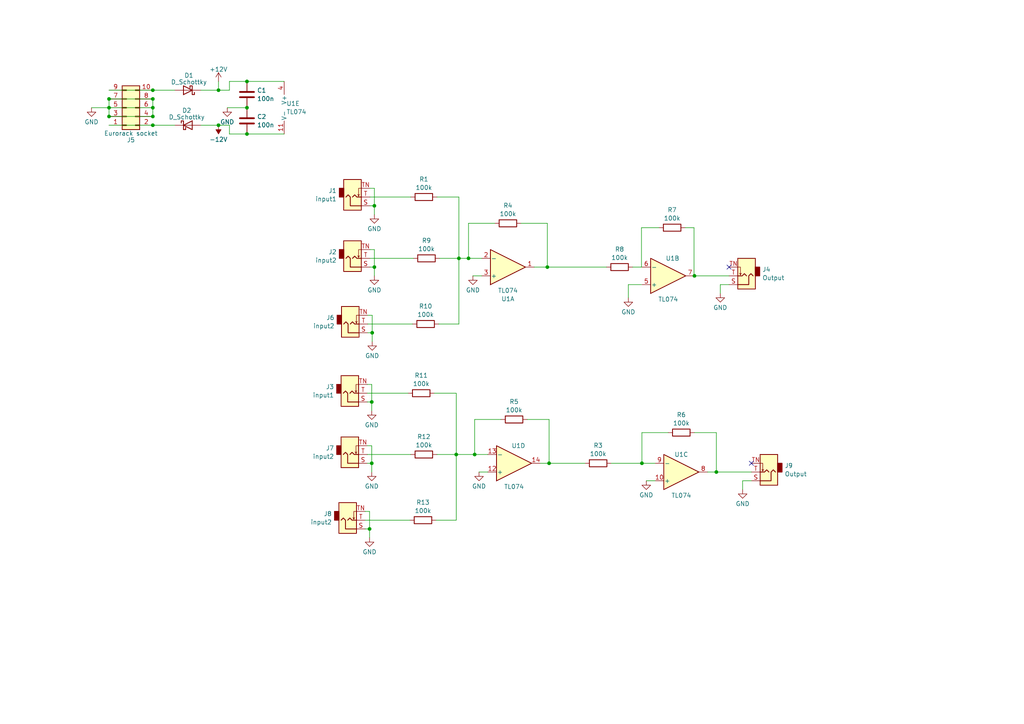
<source format=kicad_sch>
(kicad_sch (version 20230121) (generator eeschema)

  (uuid 4525c15f-808e-4e36-ad37-aac1b11607b8)

  (paper "A4")

  (lib_symbols
    (symbol "Amplifier_Operational:TL074" (pin_names (offset 0.127)) (in_bom yes) (on_board yes)
      (property "Reference" "U" (at 0 5.08 0)
        (effects (font (size 1.27 1.27)) (justify left))
      )
      (property "Value" "TL074" (at 0 -5.08 0)
        (effects (font (size 1.27 1.27)) (justify left))
      )
      (property "Footprint" "" (at -1.27 2.54 0)
        (effects (font (size 1.27 1.27)) hide)
      )
      (property "Datasheet" "http://www.ti.com/lit/ds/symlink/tl071.pdf" (at 1.27 5.08 0)
        (effects (font (size 1.27 1.27)) hide)
      )
      (property "ki_locked" "" (at 0 0 0)
        (effects (font (size 1.27 1.27)))
      )
      (property "ki_keywords" "quad opamp" (at 0 0 0)
        (effects (font (size 1.27 1.27)) hide)
      )
      (property "ki_description" "Quad Low-Noise JFET-Input Operational Amplifiers, DIP-14/SOIC-14" (at 0 0 0)
        (effects (font (size 1.27 1.27)) hide)
      )
      (property "ki_fp_filters" "SOIC*3.9x8.7mm*P1.27mm* DIP*W7.62mm* TSSOP*4.4x5mm*P0.65mm* SSOP*5.3x6.2mm*P0.65mm* MSOP*3x3mm*P0.5mm*" (at 0 0 0)
        (effects (font (size 1.27 1.27)) hide)
      )
      (symbol "TL074_1_1"
        (polyline
          (pts
            (xy -5.08 5.08)
            (xy 5.08 0)
            (xy -5.08 -5.08)
            (xy -5.08 5.08)
          )
          (stroke (width 0.254) (type default))
          (fill (type background))
        )
        (pin output line (at 7.62 0 180) (length 2.54)
          (name "~" (effects (font (size 1.27 1.27))))
          (number "1" (effects (font (size 1.27 1.27))))
        )
        (pin input line (at -7.62 -2.54 0) (length 2.54)
          (name "-" (effects (font (size 1.27 1.27))))
          (number "2" (effects (font (size 1.27 1.27))))
        )
        (pin input line (at -7.62 2.54 0) (length 2.54)
          (name "+" (effects (font (size 1.27 1.27))))
          (number "3" (effects (font (size 1.27 1.27))))
        )
      )
      (symbol "TL074_2_1"
        (polyline
          (pts
            (xy -5.08 5.08)
            (xy 5.08 0)
            (xy -5.08 -5.08)
            (xy -5.08 5.08)
          )
          (stroke (width 0.254) (type default))
          (fill (type background))
        )
        (pin input line (at -7.62 2.54 0) (length 2.54)
          (name "+" (effects (font (size 1.27 1.27))))
          (number "5" (effects (font (size 1.27 1.27))))
        )
        (pin input line (at -7.62 -2.54 0) (length 2.54)
          (name "-" (effects (font (size 1.27 1.27))))
          (number "6" (effects (font (size 1.27 1.27))))
        )
        (pin output line (at 7.62 0 180) (length 2.54)
          (name "~" (effects (font (size 1.27 1.27))))
          (number "7" (effects (font (size 1.27 1.27))))
        )
      )
      (symbol "TL074_3_1"
        (polyline
          (pts
            (xy -5.08 5.08)
            (xy 5.08 0)
            (xy -5.08 -5.08)
            (xy -5.08 5.08)
          )
          (stroke (width 0.254) (type default))
          (fill (type background))
        )
        (pin input line (at -7.62 2.54 0) (length 2.54)
          (name "+" (effects (font (size 1.27 1.27))))
          (number "10" (effects (font (size 1.27 1.27))))
        )
        (pin output line (at 7.62 0 180) (length 2.54)
          (name "~" (effects (font (size 1.27 1.27))))
          (number "8" (effects (font (size 1.27 1.27))))
        )
        (pin input line (at -7.62 -2.54 0) (length 2.54)
          (name "-" (effects (font (size 1.27 1.27))))
          (number "9" (effects (font (size 1.27 1.27))))
        )
      )
      (symbol "TL074_4_1"
        (polyline
          (pts
            (xy -5.08 5.08)
            (xy 5.08 0)
            (xy -5.08 -5.08)
            (xy -5.08 5.08)
          )
          (stroke (width 0.254) (type default))
          (fill (type background))
        )
        (pin input line (at -7.62 2.54 0) (length 2.54)
          (name "+" (effects (font (size 1.27 1.27))))
          (number "12" (effects (font (size 1.27 1.27))))
        )
        (pin input line (at -7.62 -2.54 0) (length 2.54)
          (name "-" (effects (font (size 1.27 1.27))))
          (number "13" (effects (font (size 1.27 1.27))))
        )
        (pin output line (at 7.62 0 180) (length 2.54)
          (name "~" (effects (font (size 1.27 1.27))))
          (number "14" (effects (font (size 1.27 1.27))))
        )
      )
      (symbol "TL074_5_1"
        (pin power_in line (at -2.54 -7.62 90) (length 3.81)
          (name "V-" (effects (font (size 1.27 1.27))))
          (number "11" (effects (font (size 1.27 1.27))))
        )
        (pin power_in line (at -2.54 7.62 270) (length 3.81)
          (name "V+" (effects (font (size 1.27 1.27))))
          (number "4" (effects (font (size 1.27 1.27))))
        )
      )
    )
    (symbol "Connector_Audio:AudioJack2_SwitchT" (in_bom yes) (on_board yes)
      (property "Reference" "J" (at 0 8.89 0)
        (effects (font (size 1.27 1.27)))
      )
      (property "Value" "AudioJack2_SwitchT" (at 0 6.35 0)
        (effects (font (size 1.27 1.27)))
      )
      (property "Footprint" "" (at 0 0 0)
        (effects (font (size 1.27 1.27)) hide)
      )
      (property "Datasheet" "~" (at 0 0 0)
        (effects (font (size 1.27 1.27)) hide)
      )
      (property "ki_keywords" "audio jack receptacle mono headphones phone TS connector" (at 0 0 0)
        (effects (font (size 1.27 1.27)) hide)
      )
      (property "ki_description" "Audio Jack, 2 Poles (Mono / TS), Switched T Pole (Normalling)" (at 0 0 0)
        (effects (font (size 1.27 1.27)) hide)
      )
      (property "ki_fp_filters" "Jack*" (at 0 0 0)
        (effects (font (size 1.27 1.27)) hide)
      )
      (symbol "AudioJack2_SwitchT_0_1"
        (rectangle (start -2.54 0) (end -3.81 -2.54)
          (stroke (width 0.254) (type default))
          (fill (type outline))
        )
        (polyline
          (pts
            (xy 1.778 -0.254)
            (xy 2.032 -0.762)
          )
          (stroke (width 0) (type default))
          (fill (type none))
        )
        (polyline
          (pts
            (xy 0 0)
            (xy 0.635 -0.635)
            (xy 1.27 0)
            (xy 2.54 0)
          )
          (stroke (width 0.254) (type default))
          (fill (type none))
        )
        (polyline
          (pts
            (xy 2.54 -2.54)
            (xy 1.778 -2.54)
            (xy 1.778 -0.254)
            (xy 1.524 -0.762)
          )
          (stroke (width 0) (type default))
          (fill (type none))
        )
        (polyline
          (pts
            (xy 2.54 2.54)
            (xy -0.635 2.54)
            (xy -0.635 0)
            (xy -1.27 -0.635)
            (xy -1.905 0)
          )
          (stroke (width 0.254) (type default))
          (fill (type none))
        )
        (rectangle (start 2.54 3.81) (end -2.54 -5.08)
          (stroke (width 0.254) (type default))
          (fill (type background))
        )
      )
      (symbol "AudioJack2_SwitchT_1_1"
        (pin passive line (at 5.08 2.54 180) (length 2.54)
          (name "~" (effects (font (size 1.27 1.27))))
          (number "S" (effects (font (size 1.27 1.27))))
        )
        (pin passive line (at 5.08 0 180) (length 2.54)
          (name "~" (effects (font (size 1.27 1.27))))
          (number "T" (effects (font (size 1.27 1.27))))
        )
        (pin passive line (at 5.08 -2.54 180) (length 2.54)
          (name "~" (effects (font (size 1.27 1.27))))
          (number "TN" (effects (font (size 1.27 1.27))))
        )
      )
    )
    (symbol "Connector_Generic:Conn_02x05_Odd_Even" (pin_names (offset 1.016) hide) (in_bom yes) (on_board yes)
      (property "Reference" "J" (at 1.27 7.62 0)
        (effects (font (size 1.27 1.27)))
      )
      (property "Value" "Conn_02x05_Odd_Even" (at 1.27 -7.62 0)
        (effects (font (size 1.27 1.27)))
      )
      (property "Footprint" "" (at 0 0 0)
        (effects (font (size 1.27 1.27)) hide)
      )
      (property "Datasheet" "~" (at 0 0 0)
        (effects (font (size 1.27 1.27)) hide)
      )
      (property "ki_keywords" "connector" (at 0 0 0)
        (effects (font (size 1.27 1.27)) hide)
      )
      (property "ki_description" "Generic connector, double row, 02x05, odd/even pin numbering scheme (row 1 odd numbers, row 2 even numbers), script generated (kicad-library-utils/schlib/autogen/connector/)" (at 0 0 0)
        (effects (font (size 1.27 1.27)) hide)
      )
      (property "ki_fp_filters" "Connector*:*_2x??_*" (at 0 0 0)
        (effects (font (size 1.27 1.27)) hide)
      )
      (symbol "Conn_02x05_Odd_Even_1_1"
        (rectangle (start -1.27 -4.953) (end 0 -5.207)
          (stroke (width 0.1524) (type default))
          (fill (type none))
        )
        (rectangle (start -1.27 -2.413) (end 0 -2.667)
          (stroke (width 0.1524) (type default))
          (fill (type none))
        )
        (rectangle (start -1.27 0.127) (end 0 -0.127)
          (stroke (width 0.1524) (type default))
          (fill (type none))
        )
        (rectangle (start -1.27 2.667) (end 0 2.413)
          (stroke (width 0.1524) (type default))
          (fill (type none))
        )
        (rectangle (start -1.27 5.207) (end 0 4.953)
          (stroke (width 0.1524) (type default))
          (fill (type none))
        )
        (rectangle (start -1.27 6.35) (end 3.81 -6.35)
          (stroke (width 0.254) (type default))
          (fill (type background))
        )
        (rectangle (start 3.81 -4.953) (end 2.54 -5.207)
          (stroke (width 0.1524) (type default))
          (fill (type none))
        )
        (rectangle (start 3.81 -2.413) (end 2.54 -2.667)
          (stroke (width 0.1524) (type default))
          (fill (type none))
        )
        (rectangle (start 3.81 0.127) (end 2.54 -0.127)
          (stroke (width 0.1524) (type default))
          (fill (type none))
        )
        (rectangle (start 3.81 2.667) (end 2.54 2.413)
          (stroke (width 0.1524) (type default))
          (fill (type none))
        )
        (rectangle (start 3.81 5.207) (end 2.54 4.953)
          (stroke (width 0.1524) (type default))
          (fill (type none))
        )
        (pin passive line (at -5.08 5.08 0) (length 3.81)
          (name "Pin_1" (effects (font (size 1.27 1.27))))
          (number "1" (effects (font (size 1.27 1.27))))
        )
        (pin passive line (at 7.62 -5.08 180) (length 3.81)
          (name "Pin_10" (effects (font (size 1.27 1.27))))
          (number "10" (effects (font (size 1.27 1.27))))
        )
        (pin passive line (at 7.62 5.08 180) (length 3.81)
          (name "Pin_2" (effects (font (size 1.27 1.27))))
          (number "2" (effects (font (size 1.27 1.27))))
        )
        (pin passive line (at -5.08 2.54 0) (length 3.81)
          (name "Pin_3" (effects (font (size 1.27 1.27))))
          (number "3" (effects (font (size 1.27 1.27))))
        )
        (pin passive line (at 7.62 2.54 180) (length 3.81)
          (name "Pin_4" (effects (font (size 1.27 1.27))))
          (number "4" (effects (font (size 1.27 1.27))))
        )
        (pin passive line (at -5.08 0 0) (length 3.81)
          (name "Pin_5" (effects (font (size 1.27 1.27))))
          (number "5" (effects (font (size 1.27 1.27))))
        )
        (pin passive line (at 7.62 0 180) (length 3.81)
          (name "Pin_6" (effects (font (size 1.27 1.27))))
          (number "6" (effects (font (size 1.27 1.27))))
        )
        (pin passive line (at -5.08 -2.54 0) (length 3.81)
          (name "Pin_7" (effects (font (size 1.27 1.27))))
          (number "7" (effects (font (size 1.27 1.27))))
        )
        (pin passive line (at 7.62 -2.54 180) (length 3.81)
          (name "Pin_8" (effects (font (size 1.27 1.27))))
          (number "8" (effects (font (size 1.27 1.27))))
        )
        (pin passive line (at -5.08 -5.08 0) (length 3.81)
          (name "Pin_9" (effects (font (size 1.27 1.27))))
          (number "9" (effects (font (size 1.27 1.27))))
        )
      )
    )
    (symbol "Device:C" (pin_numbers hide) (pin_names (offset 0.254)) (in_bom yes) (on_board yes)
      (property "Reference" "C" (at 0.635 2.54 0)
        (effects (font (size 1.27 1.27)) (justify left))
      )
      (property "Value" "C" (at 0.635 -2.54 0)
        (effects (font (size 1.27 1.27)) (justify left))
      )
      (property "Footprint" "" (at 0.9652 -3.81 0)
        (effects (font (size 1.27 1.27)) hide)
      )
      (property "Datasheet" "~" (at 0 0 0)
        (effects (font (size 1.27 1.27)) hide)
      )
      (property "ki_keywords" "cap capacitor" (at 0 0 0)
        (effects (font (size 1.27 1.27)) hide)
      )
      (property "ki_description" "Unpolarized capacitor" (at 0 0 0)
        (effects (font (size 1.27 1.27)) hide)
      )
      (property "ki_fp_filters" "C_*" (at 0 0 0)
        (effects (font (size 1.27 1.27)) hide)
      )
      (symbol "C_0_1"
        (polyline
          (pts
            (xy -2.032 -0.762)
            (xy 2.032 -0.762)
          )
          (stroke (width 0.508) (type default))
          (fill (type none))
        )
        (polyline
          (pts
            (xy -2.032 0.762)
            (xy 2.032 0.762)
          )
          (stroke (width 0.508) (type default))
          (fill (type none))
        )
      )
      (symbol "C_1_1"
        (pin passive line (at 0 3.81 270) (length 2.794)
          (name "~" (effects (font (size 1.27 1.27))))
          (number "1" (effects (font (size 1.27 1.27))))
        )
        (pin passive line (at 0 -3.81 90) (length 2.794)
          (name "~" (effects (font (size 1.27 1.27))))
          (number "2" (effects (font (size 1.27 1.27))))
        )
      )
    )
    (symbol "Device:D_Schottky" (pin_numbers hide) (pin_names (offset 1.016) hide) (in_bom yes) (on_board yes)
      (property "Reference" "D" (at 0 2.54 0)
        (effects (font (size 1.27 1.27)))
      )
      (property "Value" "D_Schottky" (at 0 -2.54 0)
        (effects (font (size 1.27 1.27)))
      )
      (property "Footprint" "" (at 0 0 0)
        (effects (font (size 1.27 1.27)) hide)
      )
      (property "Datasheet" "~" (at 0 0 0)
        (effects (font (size 1.27 1.27)) hide)
      )
      (property "ki_keywords" "diode Schottky" (at 0 0 0)
        (effects (font (size 1.27 1.27)) hide)
      )
      (property "ki_description" "Schottky diode" (at 0 0 0)
        (effects (font (size 1.27 1.27)) hide)
      )
      (property "ki_fp_filters" "TO-???* *_Diode_* *SingleDiode* D_*" (at 0 0 0)
        (effects (font (size 1.27 1.27)) hide)
      )
      (symbol "D_Schottky_0_1"
        (polyline
          (pts
            (xy 1.27 0)
            (xy -1.27 0)
          )
          (stroke (width 0) (type default))
          (fill (type none))
        )
        (polyline
          (pts
            (xy 1.27 1.27)
            (xy 1.27 -1.27)
            (xy -1.27 0)
            (xy 1.27 1.27)
          )
          (stroke (width 0.254) (type default))
          (fill (type none))
        )
        (polyline
          (pts
            (xy -1.905 0.635)
            (xy -1.905 1.27)
            (xy -1.27 1.27)
            (xy -1.27 -1.27)
            (xy -0.635 -1.27)
            (xy -0.635 -0.635)
          )
          (stroke (width 0.254) (type default))
          (fill (type none))
        )
      )
      (symbol "D_Schottky_1_1"
        (pin passive line (at -3.81 0 0) (length 2.54)
          (name "K" (effects (font (size 1.27 1.27))))
          (number "1" (effects (font (size 1.27 1.27))))
        )
        (pin passive line (at 3.81 0 180) (length 2.54)
          (name "A" (effects (font (size 1.27 1.27))))
          (number "2" (effects (font (size 1.27 1.27))))
        )
      )
    )
    (symbol "Device:R" (pin_numbers hide) (pin_names (offset 0)) (in_bom yes) (on_board yes)
      (property "Reference" "R" (at 2.032 0 90)
        (effects (font (size 1.27 1.27)))
      )
      (property "Value" "R" (at 0 0 90)
        (effects (font (size 1.27 1.27)))
      )
      (property "Footprint" "" (at -1.778 0 90)
        (effects (font (size 1.27 1.27)) hide)
      )
      (property "Datasheet" "~" (at 0 0 0)
        (effects (font (size 1.27 1.27)) hide)
      )
      (property "ki_keywords" "R res resistor" (at 0 0 0)
        (effects (font (size 1.27 1.27)) hide)
      )
      (property "ki_description" "Resistor" (at 0 0 0)
        (effects (font (size 1.27 1.27)) hide)
      )
      (property "ki_fp_filters" "R_*" (at 0 0 0)
        (effects (font (size 1.27 1.27)) hide)
      )
      (symbol "R_0_1"
        (rectangle (start -1.016 -2.54) (end 1.016 2.54)
          (stroke (width 0.254) (type default))
          (fill (type none))
        )
      )
      (symbol "R_1_1"
        (pin passive line (at 0 3.81 270) (length 1.27)
          (name "~" (effects (font (size 1.27 1.27))))
          (number "1" (effects (font (size 1.27 1.27))))
        )
        (pin passive line (at 0 -3.81 90) (length 1.27)
          (name "~" (effects (font (size 1.27 1.27))))
          (number "2" (effects (font (size 1.27 1.27))))
        )
      )
    )
    (symbol "power:+12V" (power) (pin_names (offset 0)) (in_bom yes) (on_board yes)
      (property "Reference" "#PWR" (at 0 -3.81 0)
        (effects (font (size 1.27 1.27)) hide)
      )
      (property "Value" "+12V" (at 0 3.556 0)
        (effects (font (size 1.27 1.27)))
      )
      (property "Footprint" "" (at 0 0 0)
        (effects (font (size 1.27 1.27)) hide)
      )
      (property "Datasheet" "" (at 0 0 0)
        (effects (font (size 1.27 1.27)) hide)
      )
      (property "ki_keywords" "global power" (at 0 0 0)
        (effects (font (size 1.27 1.27)) hide)
      )
      (property "ki_description" "Power symbol creates a global label with name \"+12V\"" (at 0 0 0)
        (effects (font (size 1.27 1.27)) hide)
      )
      (symbol "+12V_0_1"
        (polyline
          (pts
            (xy -0.762 1.27)
            (xy 0 2.54)
          )
          (stroke (width 0) (type default))
          (fill (type none))
        )
        (polyline
          (pts
            (xy 0 0)
            (xy 0 2.54)
          )
          (stroke (width 0) (type default))
          (fill (type none))
        )
        (polyline
          (pts
            (xy 0 2.54)
            (xy 0.762 1.27)
          )
          (stroke (width 0) (type default))
          (fill (type none))
        )
      )
      (symbol "+12V_1_1"
        (pin power_in line (at 0 0 90) (length 0) hide
          (name "+12V" (effects (font (size 1.27 1.27))))
          (number "1" (effects (font (size 1.27 1.27))))
        )
      )
    )
    (symbol "power:-12V" (power) (pin_names (offset 0)) (in_bom yes) (on_board yes)
      (property "Reference" "#PWR" (at 0 2.54 0)
        (effects (font (size 1.27 1.27)) hide)
      )
      (property "Value" "-12V" (at 0 3.81 0)
        (effects (font (size 1.27 1.27)))
      )
      (property "Footprint" "" (at 0 0 0)
        (effects (font (size 1.27 1.27)) hide)
      )
      (property "Datasheet" "" (at 0 0 0)
        (effects (font (size 1.27 1.27)) hide)
      )
      (property "ki_keywords" "global power" (at 0 0 0)
        (effects (font (size 1.27 1.27)) hide)
      )
      (property "ki_description" "Power symbol creates a global label with name \"-12V\"" (at 0 0 0)
        (effects (font (size 1.27 1.27)) hide)
      )
      (symbol "-12V_0_0"
        (pin power_in line (at 0 0 90) (length 0) hide
          (name "-12V" (effects (font (size 1.27 1.27))))
          (number "1" (effects (font (size 1.27 1.27))))
        )
      )
      (symbol "-12V_0_1"
        (polyline
          (pts
            (xy 0 0)
            (xy 0 1.27)
            (xy 0.762 1.27)
            (xy 0 2.54)
            (xy -0.762 1.27)
            (xy 0 1.27)
          )
          (stroke (width 0) (type default))
          (fill (type outline))
        )
      )
    )
    (symbol "power:GND" (power) (pin_names (offset 0)) (in_bom yes) (on_board yes)
      (property "Reference" "#PWR" (at 0 -6.35 0)
        (effects (font (size 1.27 1.27)) hide)
      )
      (property "Value" "GND" (at 0 -3.81 0)
        (effects (font (size 1.27 1.27)))
      )
      (property "Footprint" "" (at 0 0 0)
        (effects (font (size 1.27 1.27)) hide)
      )
      (property "Datasheet" "" (at 0 0 0)
        (effects (font (size 1.27 1.27)) hide)
      )
      (property "ki_keywords" "global power" (at 0 0 0)
        (effects (font (size 1.27 1.27)) hide)
      )
      (property "ki_description" "Power symbol creates a global label with name \"GND\" , ground" (at 0 0 0)
        (effects (font (size 1.27 1.27)) hide)
      )
      (symbol "GND_0_1"
        (polyline
          (pts
            (xy 0 0)
            (xy 0 -1.27)
            (xy 1.27 -1.27)
            (xy 0 -2.54)
            (xy -1.27 -1.27)
            (xy 0 -1.27)
          )
          (stroke (width 0) (type default))
          (fill (type none))
        )
      )
      (symbol "GND_1_1"
        (pin power_in line (at 0 0 270) (length 0) hide
          (name "GND" (effects (font (size 1.27 1.27))))
          (number "1" (effects (font (size 1.27 1.27))))
        )
      )
    )
  )

  (junction (at 133.096 74.93) (diameter 0) (color 0 0 0 0)
    (uuid 0f2351e9-4b33-4280-8202-5df91f9d8260)
  )
  (junction (at 71.628 31.242) (diameter 0) (color 0 0 0 0)
    (uuid 17ae1e4b-d17b-4da8-95d6-040315daacc7)
  )
  (junction (at 107.95 96.52) (diameter 0) (color 0 0 0 0)
    (uuid 238648fa-4949-44e2-bf7f-04472492e6ee)
  )
  (junction (at 108.585 59.69) (diameter 0) (color 0 0 0 0)
    (uuid 23fd582f-0553-4ab3-9812-961d071e0bfb)
  )
  (junction (at 71.628 23.622) (diameter 0) (color 0 0 0 0)
    (uuid 2b5e70c3-b8df-4011-90ec-78f2e0b5fa83)
  )
  (junction (at 31.623 28.702) (diameter 0) (color 0 0 0 0)
    (uuid 3425ff79-ff28-475a-928b-37b97f5a0183)
  )
  (junction (at 31.623 33.782) (diameter 0) (color 0 0 0 0)
    (uuid 3a544f0d-eca2-49d6-8e7b-24fe884180c9)
  )
  (junction (at 137.668 131.826) (diameter 0) (color 0 0 0 0)
    (uuid 3ffd25da-3e61-483a-8eb8-4828e1014230)
  )
  (junction (at 107.188 153.416) (diameter 0) (color 0 0 0 0)
    (uuid 48b9aadf-7587-4cdb-9712-a0791896322f)
  )
  (junction (at 108.585 77.47) (diameter 0) (color 0 0 0 0)
    (uuid 4b5c23ea-daad-4a06-bf9a-641a3c616a77)
  )
  (junction (at 159.258 134.366) (diameter 0) (color 0 0 0 0)
    (uuid 5117c98e-590a-4dc3-aa61-37d710c161b7)
  )
  (junction (at 207.772 136.906) (diameter 0) (color 0 0 0 0)
    (uuid 52786043-ea8d-43eb-98ea-466d8fcfd339)
  )
  (junction (at 63.373 26.162) (diameter 0) (color 0 0 0 0)
    (uuid 5f469560-432f-4a3d-964f-36aee41476aa)
  )
  (junction (at 132.334 131.826) (diameter 0) (color 0 0 0 0)
    (uuid 5fa52aef-fb5b-4d26-9212-161a7a0d7b19)
  )
  (junction (at 201.422 80.01) (diameter 0) (color 0 0 0 0)
    (uuid 75ffef4e-7485-44b9-8107-4eea11ee28f5)
  )
  (junction (at 107.823 134.366) (diameter 0) (color 0 0 0 0)
    (uuid 856ffb54-df22-471f-8e7a-9fe2aa853955)
  )
  (junction (at 71.628 38.862) (diameter 0) (color 0 0 0 0)
    (uuid 88ceacf1-c73c-4003-9361-94fefd2417d1)
  )
  (junction (at 44.323 33.782) (diameter 0) (color 0 0 0 0)
    (uuid 89cfece2-97c1-4bff-aec1-2a2a8887f755)
  )
  (junction (at 186.182 134.366) (diameter 0) (color 0 0 0 0)
    (uuid 9893ec9e-4127-47c5-a77f-7b025b8129bb)
  )
  (junction (at 44.323 26.162) (diameter 0) (color 0 0 0 0)
    (uuid aea33bc1-21b0-463d-8029-f7aa9cbc9842)
  )
  (junction (at 63.373 36.322) (diameter 0) (color 0 0 0 0)
    (uuid b532e66f-c3e3-4e26-951a-1c9e57b2834c)
  )
  (junction (at 44.323 31.242) (diameter 0) (color 0 0 0 0)
    (uuid c036ba21-41a1-4289-bacd-c21492204f77)
  )
  (junction (at 31.623 31.242) (diameter 0) (color 0 0 0 0)
    (uuid c1f0b45f-4e8f-4351-8d05-c2ed4952cfe7)
  )
  (junction (at 158.75 77.47) (diameter 0) (color 0 0 0 0)
    (uuid c603ed8a-bffd-446b-812e-6f568ff9875f)
  )
  (junction (at 44.323 28.702) (diameter 0) (color 0 0 0 0)
    (uuid e395373d-1a89-483c-bac1-20044327a2b9)
  )
  (junction (at 135.89 74.93) (diameter 0) (color 0 0 0 0)
    (uuid ef85698f-ec1e-4f95-a8de-33f9ccfeecb1)
  )
  (junction (at 107.823 116.586) (diameter 0) (color 0 0 0 0)
    (uuid f2ed477b-f1bd-406b-aba9-0eead400ccd5)
  )
  (junction (at 44.323 36.322) (diameter 0) (color 0 0 0 0)
    (uuid f8d34036-7858-4527-bc5f-b4ff79929188)
  )

  (no_connect (at 217.932 134.366) (uuid 30153b7f-f34d-480c-a19a-35e3bf6cf298))
  (no_connect (at 211.455 77.47) (uuid 5273d87b-3352-488e-a1c3-56d72cca5719))

  (wire (pts (xy 126.746 57.15) (xy 133.096 57.15))
    (stroke (width 0) (type default))
    (uuid 011c1f9c-bd6e-482f-8c60-50fa03c1853f)
  )
  (wire (pts (xy 106.553 111.506) (xy 107.823 111.506))
    (stroke (width 0) (type default))
    (uuid 05d7114e-de4d-4d52-887d-034b5fc11122)
  )
  (wire (pts (xy 133.096 74.93) (xy 133.096 93.98))
    (stroke (width 0) (type default))
    (uuid 05e2c2f8-3cfe-4945-85d5-f2811bf06b36)
  )
  (wire (pts (xy 125.984 114.046) (xy 132.334 114.046))
    (stroke (width 0) (type default))
    (uuid 0a7aa09b-12f7-4dc1-9aa4-e66eb7fcd011)
  )
  (wire (pts (xy 133.35 74.93) (xy 135.89 74.93))
    (stroke (width 0) (type default))
    (uuid 0ae50009-f922-497c-aced-d2fbd96b0f71)
  )
  (wire (pts (xy 31.623 31.242) (xy 31.623 33.782))
    (stroke (width 0) (type default))
    (uuid 0b7233d9-c2df-4197-8ba8-948cab90e1c5)
  )
  (wire (pts (xy 132.334 114.046) (xy 132.334 131.826))
    (stroke (width 0) (type default))
    (uuid 0e85a56f-0449-4a17-be39-62d86cec443a)
  )
  (wire (pts (xy 31.623 33.782) (xy 44.323 33.782))
    (stroke (width 0) (type default))
    (uuid 1348a677-a90a-4807-9a0b-e63c5e78adf4)
  )
  (wire (pts (xy 159.258 134.366) (xy 156.718 134.366))
    (stroke (width 0) (type default))
    (uuid 183ea0d1-5468-4e56-ba33-8ca88e30a240)
  )
  (wire (pts (xy 66.548 26.162) (xy 66.548 23.622))
    (stroke (width 0) (type default))
    (uuid 1e60b73d-ab67-46e5-ab47-f03de0f9a2b4)
  )
  (wire (pts (xy 26.543 31.242) (xy 31.623 31.242))
    (stroke (width 0) (type default))
    (uuid 1e90c108-aca5-4f5d-8ba7-1e78214298b5)
  )
  (wire (pts (xy 31.623 26.162) (xy 44.323 26.162))
    (stroke (width 0) (type default))
    (uuid 22e501fb-1637-402b-9e8c-ce1bbdf88d80)
  )
  (wire (pts (xy 137.668 121.666) (xy 145.288 121.666))
    (stroke (width 0) (type default))
    (uuid 253cfbe6-4140-49f3-a0ad-565b3b8064ad)
  )
  (wire (pts (xy 158.75 77.47) (xy 175.895 77.47))
    (stroke (width 0) (type default))
    (uuid 261f5e62-8f96-4ceb-af82-e169aba7104e)
  )
  (wire (pts (xy 106.68 96.52) (xy 107.95 96.52))
    (stroke (width 0) (type default))
    (uuid 29914821-302c-48ce-a1fe-b5a0f2e0eab8)
  )
  (wire (pts (xy 159.258 134.366) (xy 169.672 134.366))
    (stroke (width 0) (type default))
    (uuid 2b1c53e7-300d-4a03-9227-6bc9e6900d5f)
  )
  (wire (pts (xy 132.334 131.826) (xy 132.334 150.876))
    (stroke (width 0) (type default))
    (uuid 2c233986-a1ee-4ca5-bee6-ada82df0b46a)
  )
  (wire (pts (xy 105.918 148.336) (xy 107.188 148.336))
    (stroke (width 0) (type default))
    (uuid 2cbd2911-7f23-4807-994b-4c3b7982556e)
  )
  (wire (pts (xy 201.295 66.04) (xy 201.295 80.01))
    (stroke (width 0) (type default))
    (uuid 2ce961c3-dad2-4054-8e47-c6ee0a3a0434)
  )
  (wire (pts (xy 106.553 116.586) (xy 107.823 116.586))
    (stroke (width 0) (type default))
    (uuid 2e2ae8bc-d96c-4b42-942d-3a68808e4cab)
  )
  (wire (pts (xy 201.422 125.476) (xy 207.772 125.476))
    (stroke (width 0) (type default))
    (uuid 3027af5c-fe7f-49e3-b637-2f86b799e48c)
  )
  (wire (pts (xy 186.055 82.55) (xy 182.245 82.55))
    (stroke (width 0) (type default))
    (uuid 32443d4d-cb1e-4030-994b-2586124c1d6b)
  )
  (wire (pts (xy 132.334 150.876) (xy 126.492 150.876))
    (stroke (width 0) (type default))
    (uuid 32a0883e-f176-49b5-a19e-d3eb66b59e73)
  )
  (wire (pts (xy 106.553 131.826) (xy 119.126 131.826))
    (stroke (width 0) (type default))
    (uuid 36ab5dd1-6cc7-4914-807a-5b579ad92e9c)
  )
  (wire (pts (xy 152.908 121.666) (xy 159.258 121.666))
    (stroke (width 0) (type default))
    (uuid 3b4873c8-35cd-4d7f-a43d-86f40afa61e9)
  )
  (wire (pts (xy 107.315 74.93) (xy 119.888 74.93))
    (stroke (width 0) (type default))
    (uuid 3cfcd35a-9bda-4dbc-9495-a935f61d04f6)
  )
  (wire (pts (xy 135.89 64.77) (xy 135.89 74.93))
    (stroke (width 0) (type default))
    (uuid 40127790-3828-4d14-ab0b-be3edd174351)
  )
  (wire (pts (xy 71.628 38.862) (xy 66.548 38.862))
    (stroke (width 0) (type default))
    (uuid 42ef7a6a-5ae3-4ddb-acf7-6c44579925cf)
  )
  (wire (pts (xy 106.553 129.286) (xy 107.823 129.286))
    (stroke (width 0) (type default))
    (uuid 4341ee47-97f6-4b5a-8818-b91d7e6930ad)
  )
  (wire (pts (xy 186.055 66.04) (xy 186.055 77.47))
    (stroke (width 0) (type default))
    (uuid 44ddb864-a6f1-4af3-8b21-931203e6a980)
  )
  (wire (pts (xy 108.585 59.69) (xy 108.585 62.23))
    (stroke (width 0) (type default))
    (uuid 47055b1f-929c-496a-a4f7-6261e98dbd4a)
  )
  (wire (pts (xy 215.392 139.446) (xy 215.392 141.986))
    (stroke (width 0) (type default))
    (uuid 47cd0566-755c-495d-80b7-34a51a145b14)
  )
  (wire (pts (xy 186.182 134.366) (xy 189.992 134.366))
    (stroke (width 0) (type default))
    (uuid 4ce793e9-d297-4938-bad3-5546cbe2835a)
  )
  (wire (pts (xy 107.823 134.366) (xy 107.823 136.906))
    (stroke (width 0) (type default))
    (uuid 4d782cc0-13a5-4dc2-a5bb-43436e81096a)
  )
  (wire (pts (xy 106.68 93.98) (xy 119.634 93.98))
    (stroke (width 0) (type default))
    (uuid 4d8760ea-30f5-4113-9ff7-868db1c098cd)
  )
  (wire (pts (xy 133.096 93.98) (xy 127.254 93.98))
    (stroke (width 0) (type default))
    (uuid 51e593f2-2444-46c5-bba6-e369639fb483)
  )
  (wire (pts (xy 137.668 121.666) (xy 137.668 131.826))
    (stroke (width 0) (type default))
    (uuid 55cf62d1-feae-4d7b-8609-f1d6de23de91)
  )
  (wire (pts (xy 198.755 66.04) (xy 201.295 66.04))
    (stroke (width 0) (type default))
    (uuid 564eebec-198d-4121-b8e7-5b937566e902)
  )
  (wire (pts (xy 107.315 57.15) (xy 119.126 57.15))
    (stroke (width 0) (type default))
    (uuid 5aa71b26-827c-415b-937c-fa9f90ecca4e)
  )
  (wire (pts (xy 31.623 28.702) (xy 31.623 31.242))
    (stroke (width 0) (type default))
    (uuid 6024415d-52cb-4203-aded-88b00cd6e1e9)
  )
  (wire (pts (xy 133.096 57.15) (xy 133.096 74.93))
    (stroke (width 0) (type default))
    (uuid 615659e3-1b43-4d35-9b22-dd76c673cf3d)
  )
  (wire (pts (xy 106.68 91.44) (xy 107.95 91.44))
    (stroke (width 0) (type default))
    (uuid 63a6db6e-d58d-4cab-a986-16499145f848)
  )
  (wire (pts (xy 191.135 66.04) (xy 186.055 66.04))
    (stroke (width 0) (type default))
    (uuid 659b840e-67c4-4442-890b-da30005d3258)
  )
  (wire (pts (xy 107.315 72.39) (xy 108.585 72.39))
    (stroke (width 0) (type default))
    (uuid 66206cf8-6e08-467a-93c5-4e232df510d2)
  )
  (wire (pts (xy 31.623 36.322) (xy 44.323 36.322))
    (stroke (width 0) (type default))
    (uuid 6859a148-7103-4c2d-9d20-9cdca0b7fa75)
  )
  (wire (pts (xy 154.94 77.47) (xy 158.75 77.47))
    (stroke (width 0) (type default))
    (uuid 6a495b9f-728f-49f3-8175-a7021dd1e736)
  )
  (wire (pts (xy 186.182 125.476) (xy 186.182 134.366))
    (stroke (width 0) (type default))
    (uuid 6baf1a1e-aaac-488f-8bae-5143b765256a)
  )
  (wire (pts (xy 107.188 153.416) (xy 107.188 155.956))
    (stroke (width 0) (type default))
    (uuid 6bb9c9ea-a7c6-43af-b8cc-7e4a2dc69101)
  )
  (wire (pts (xy 126.746 131.826) (xy 132.334 131.826))
    (stroke (width 0) (type default))
    (uuid 6cc177f1-e2bd-4604-8ea7-a5d20d798f87)
  )
  (wire (pts (xy 183.515 77.47) (xy 186.055 77.47))
    (stroke (width 0) (type default))
    (uuid 6f20c611-78d6-40f2-8ac1-2216660852ef)
  )
  (wire (pts (xy 138.938 136.906) (xy 141.478 136.906))
    (stroke (width 0) (type default))
    (uuid 70cfeedd-4002-4d4e-b2ad-739e40104204)
  )
  (wire (pts (xy 58.293 26.162) (xy 63.373 26.162))
    (stroke (width 0) (type default))
    (uuid 7285c9c2-7cbe-4e55-b6fd-9c14d247f117)
  )
  (wire (pts (xy 107.95 91.44) (xy 107.95 96.52))
    (stroke (width 0) (type default))
    (uuid 76c509cc-2ade-476f-890c-07992d57ac40)
  )
  (wire (pts (xy 65.913 31.242) (xy 71.628 31.242))
    (stroke (width 0) (type default))
    (uuid 78aef4b0-af3d-4089-a9a8-f69eb0a06a44)
  )
  (wire (pts (xy 132.588 131.826) (xy 137.668 131.826))
    (stroke (width 0) (type default))
    (uuid 79013a81-e95d-44ec-9035-67dbbf016298)
  )
  (wire (pts (xy 159.258 121.666) (xy 159.258 134.366))
    (stroke (width 0) (type default))
    (uuid 7ed992b0-f937-47e5-82a0-a9e4dbd781a8)
  )
  (wire (pts (xy 58.293 36.322) (xy 63.373 36.322))
    (stroke (width 0) (type default))
    (uuid 81ac0419-836f-4dbe-89db-6821ce718429)
  )
  (wire (pts (xy 201.422 80.01) (xy 211.455 80.01))
    (stroke (width 0) (type default))
    (uuid 820fd113-ea82-45d8-bb36-f0e6389b1a15)
  )
  (wire (pts (xy 207.772 136.906) (xy 205.232 136.906))
    (stroke (width 0) (type default))
    (uuid 83177f37-d452-4ae8-ac3b-7e5e965f732e)
  )
  (wire (pts (xy 143.51 64.77) (xy 135.89 64.77))
    (stroke (width 0) (type default))
    (uuid 849d274f-19e6-4990-9635-6abd620a0424)
  )
  (wire (pts (xy 106.553 134.366) (xy 107.823 134.366))
    (stroke (width 0) (type default))
    (uuid 867ed6f8-c6a9-435f-8509-1e550010f9d9)
  )
  (wire (pts (xy 208.915 82.55) (xy 208.915 85.09))
    (stroke (width 0) (type default))
    (uuid 89d077cd-2789-48e9-8e4e-82c8732cdaf8)
  )
  (wire (pts (xy 44.323 26.162) (xy 50.673 26.162))
    (stroke (width 0) (type default))
    (uuid 89d3a71b-2206-4569-90b3-87a1191bb870)
  )
  (wire (pts (xy 107.823 111.506) (xy 107.823 116.586))
    (stroke (width 0) (type default))
    (uuid 8cd5388f-b20b-447e-b210-aa9efb045ec8)
  )
  (wire (pts (xy 107.315 54.61) (xy 108.585 54.61))
    (stroke (width 0) (type default))
    (uuid 8edee80f-8608-4667-b1ed-bf684c7bd94f)
  )
  (wire (pts (xy 107.95 96.52) (xy 107.95 99.06))
    (stroke (width 0) (type default))
    (uuid 931a5a3e-b75a-4514-92c6-2d9cbc597ff8)
  )
  (wire (pts (xy 31.623 28.702) (xy 44.323 28.702))
    (stroke (width 0) (type default))
    (uuid 94d6d0b8-8481-408e-a32e-1269561ab78d)
  )
  (wire (pts (xy 66.548 36.322) (xy 63.373 36.322))
    (stroke (width 0) (type default))
    (uuid 9534ff0e-669a-4f24-a3c9-b4fc8ade6c6c)
  )
  (wire (pts (xy 201.295 80.01) (xy 201.422 80.01))
    (stroke (width 0) (type default))
    (uuid 97285ec4-86e1-41f6-9a5c-595b1cc08244)
  )
  (wire (pts (xy 207.772 136.906) (xy 217.932 136.906))
    (stroke (width 0) (type default))
    (uuid 97288ab5-32dc-4964-976c-cf3c637e977e)
  )
  (wire (pts (xy 105.918 153.416) (xy 107.188 153.416))
    (stroke (width 0) (type default))
    (uuid 97bbf00e-d1a4-4c18-8fd7-830dce9e25f1)
  )
  (wire (pts (xy 107.315 59.69) (xy 108.585 59.69))
    (stroke (width 0) (type default))
    (uuid 993ae3d1-6756-4dc2-bc7b-9a748f55679f)
  )
  (wire (pts (xy 137.668 131.826) (xy 141.478 131.826))
    (stroke (width 0) (type default))
    (uuid 9d13ce1a-406b-4f89-9fec-0cf8f39a9cc0)
  )
  (wire (pts (xy 182.245 82.55) (xy 182.245 86.36))
    (stroke (width 0) (type default))
    (uuid 9e5d6192-f326-4dc5-9132-ec73240c0d84)
  )
  (wire (pts (xy 63.373 26.162) (xy 63.373 23.622))
    (stroke (width 0) (type default))
    (uuid a396bf30-42e2-4173-b8fe-c00fb61e4b17)
  )
  (wire (pts (xy 135.89 74.93) (xy 139.7 74.93))
    (stroke (width 0) (type default))
    (uuid a6397680-b9ca-4cbf-89ae-7be6aac80cf7)
  )
  (wire (pts (xy 108.585 77.47) (xy 108.585 80.01))
    (stroke (width 0) (type default))
    (uuid a9f9d7da-1979-4290-9765-e854271a137a)
  )
  (wire (pts (xy 106.553 114.046) (xy 118.364 114.046))
    (stroke (width 0) (type default))
    (uuid b0f381a0-3de8-4dd4-95f7-5d4151b490c5)
  )
  (wire (pts (xy 208.915 82.55) (xy 211.455 82.55))
    (stroke (width 0) (type default))
    (uuid b0f48bc4-fee1-4bc5-90d3-278f591f49dc)
  )
  (wire (pts (xy 186.182 125.476) (xy 193.802 125.476))
    (stroke (width 0) (type default))
    (uuid bd8536a9-1168-4aaa-9990-9e4ca7d51fd7)
  )
  (wire (pts (xy 108.585 54.61) (xy 108.585 59.69))
    (stroke (width 0) (type default))
    (uuid c30056dc-249d-40ff-ad32-09a9f09a9d03)
  )
  (wire (pts (xy 187.452 139.446) (xy 189.992 139.446))
    (stroke (width 0) (type default))
    (uuid c3b38ecf-c4d2-434c-bb95-8abf47fe32cf)
  )
  (wire (pts (xy 137.16 80.01) (xy 139.7 80.01))
    (stroke (width 0) (type default))
    (uuid cb9cd312-644e-478d-b3ab-bb596aa002a6)
  )
  (wire (pts (xy 151.13 64.77) (xy 158.75 64.77))
    (stroke (width 0) (type default))
    (uuid cd9c3ac0-6743-4358-86ea-3bfda9f16619)
  )
  (wire (pts (xy 44.323 28.702) (xy 44.323 31.242))
    (stroke (width 0) (type default))
    (uuid cef9591e-114e-4f7b-a18e-b4bbf0ce189f)
  )
  (wire (pts (xy 215.392 139.446) (xy 217.932 139.446))
    (stroke (width 0) (type default))
    (uuid cf520a8c-c093-45de-b46e-c2c50f469785)
  )
  (wire (pts (xy 63.373 26.162) (xy 66.548 26.162))
    (stroke (width 0) (type default))
    (uuid cfad1420-7c79-4e6c-aa02-885f1af563de)
  )
  (wire (pts (xy 71.628 23.622) (xy 82.423 23.622))
    (stroke (width 0) (type default))
    (uuid d6972bf0-15c0-4f9f-b7a3-3db0e6b812e7)
  )
  (wire (pts (xy 105.918 150.876) (xy 118.872 150.876))
    (stroke (width 0) (type default))
    (uuid e23677c0-2990-43dd-b2e3-0960e1b186eb)
  )
  (wire (pts (xy 66.548 38.862) (xy 66.548 36.322))
    (stroke (width 0) (type default))
    (uuid e4e92a51-895e-4928-b284-6c3fd1f9ad12)
  )
  (wire (pts (xy 107.188 148.336) (xy 107.188 153.416))
    (stroke (width 0) (type default))
    (uuid e6cc9ab1-0960-47d7-a4b6-aabc91f05826)
  )
  (wire (pts (xy 107.823 116.586) (xy 107.823 119.126))
    (stroke (width 0) (type default))
    (uuid e800f887-a770-4473-be88-181d1b5ea6f7)
  )
  (wire (pts (xy 158.75 64.77) (xy 158.75 77.47))
    (stroke (width 0) (type default))
    (uuid eb255912-e20f-4055-ba79-107724195d77)
  )
  (wire (pts (xy 107.823 129.286) (xy 107.823 134.366))
    (stroke (width 0) (type default))
    (uuid eb53ad06-0872-45dc-af1c-aa7615126f94)
  )
  (wire (pts (xy 66.548 23.622) (xy 71.628 23.622))
    (stroke (width 0) (type default))
    (uuid ec4185c6-a310-4b7f-8237-d45431f3c48e)
  )
  (wire (pts (xy 177.292 134.366) (xy 186.182 134.366))
    (stroke (width 0) (type default))
    (uuid ec5a1912-48ca-4939-bd76-4a6046b231a3)
  )
  (wire (pts (xy 127.508 74.93) (xy 133.096 74.93))
    (stroke (width 0) (type default))
    (uuid ed9e4746-7e26-4aa7-bab9-9da7ccd33bde)
  )
  (wire (pts (xy 71.628 38.862) (xy 82.423 38.862))
    (stroke (width 0) (type default))
    (uuid ef997055-44de-4814-a49a-ea7a18f46e41)
  )
  (wire (pts (xy 31.623 31.242) (xy 44.323 31.242))
    (stroke (width 0) (type default))
    (uuid efc31b40-2632-4f00-9fdc-ac5f7fe5f79f)
  )
  (wire (pts (xy 44.323 36.322) (xy 50.673 36.322))
    (stroke (width 0) (type default))
    (uuid f06d2237-b3c8-4ed9-8c9f-5aabaab7af67)
  )
  (wire (pts (xy 108.585 72.39) (xy 108.585 77.47))
    (stroke (width 0) (type default))
    (uuid f24c192a-f6cc-45a4-8fd9-894eeac6a1aa)
  )
  (wire (pts (xy 44.323 31.242) (xy 44.323 33.782))
    (stroke (width 0) (type default))
    (uuid f8203c6e-9670-4814-ab61-1dd69a88e81e)
  )
  (wire (pts (xy 107.315 77.47) (xy 108.585 77.47))
    (stroke (width 0) (type default))
    (uuid fa276db3-2633-4c2d-b360-355da06a4dc9)
  )
  (wire (pts (xy 207.772 125.476) (xy 207.772 136.906))
    (stroke (width 0) (type default))
    (uuid fe52c330-14d6-4447-845c-c0e67920f393)
  )

  (symbol (lib_id "Device:R") (at 122.174 114.046 90) (unit 1)
    (in_bom yes) (on_board yes) (dnp no) (fields_autoplaced)
    (uuid 08688a6a-ef7a-4265-993e-4b66e10caa0d)
    (property "Reference" "R11" (at 122.174 108.8857 90)
      (effects (font (size 1.27 1.27)))
    )
    (property "Value" "100k" (at 122.174 111.3099 90)
      (effects (font (size 1.27 1.27)))
    )
    (property "Footprint" "Resistor_THT:R_Axial_DIN0204_L3.6mm_D1.6mm_P7.62mm_Horizontal" (at 122.174 115.824 90)
      (effects (font (size 1.27 1.27)) hide)
    )
    (property "Datasheet" "~" (at 122.174 114.046 0)
      (effects (font (size 1.27 1.27)) hide)
    )
    (pin "1" (uuid f5a050fb-499b-4a6d-ad1b-ced0749698ae))
    (pin "2" (uuid eb2b134f-efda-40ea-b285-1b126922e5f4))
    (instances
      (project "EuroClack - Dual mixer - main board"
        (path "/4525c15f-808e-4e36-ad37-aac1b11607b8"
          (reference "R11") (unit 1)
        )
      )
    )
  )

  (symbol (lib_id "Amplifier_Operational:TL074") (at 147.32 77.47 0) (mirror x) (unit 1)
    (in_bom yes) (on_board yes) (dnp no) (fields_autoplaced)
    (uuid 13fc035d-ecea-4294-bba2-c775cd1e6b6d)
    (property "Reference" "U1" (at 147.32 86.6943 0)
      (effects (font (size 1.27 1.27)))
    )
    (property "Value" "TL074" (at 147.32 84.2701 0)
      (effects (font (size 1.27 1.27)))
    )
    (property "Footprint" "Package_DIP:DIP-14_W7.62mm_LongPads" (at 146.05 80.01 0)
      (effects (font (size 1.27 1.27)) hide)
    )
    (property "Datasheet" "http://www.ti.com/lit/ds/symlink/tl071.pdf" (at 148.59 82.55 0)
      (effects (font (size 1.27 1.27)) hide)
    )
    (pin "14" (uuid 02a16c17-27ed-4092-acf5-ba5c72a21766))
    (pin "1" (uuid 210e111b-49cb-4eae-9dbe-289fc3e1a1f4))
    (pin "10" (uuid 80b76b57-7fe3-4276-9c64-d0c07cdf49ad))
    (pin "5" (uuid 9af452fe-dd2c-4158-b274-0bdb10641bc0))
    (pin "6" (uuid c3aa30c0-0542-42bc-9993-02c478601d0c))
    (pin "12" (uuid cc2041ea-9bdd-454d-bdec-481c4644214e))
    (pin "2" (uuid c52b64a3-cd62-42c1-baa7-9cddffe7e50a))
    (pin "9" (uuid 9ca503ed-9375-4480-aa65-b122e3deb14d))
    (pin "13" (uuid 0c53e60a-f5c3-4d82-a679-f582020b2c02))
    (pin "3" (uuid e343ff57-057f-456e-bc80-7a20b405d1c2))
    (pin "4" (uuid e02acb8a-a3ac-443c-8a4d-890bdde6b22e))
    (pin "8" (uuid 5b30f64c-f713-41d8-865d-6cf23c1935c2))
    (pin "7" (uuid 64911614-ef52-4b28-8c14-7ccf85da8979))
    (pin "11" (uuid ac798726-614a-4d59-bc48-1fa1fb1734b0))
    (instances
      (project "EuroClack - Dual mixer - main board"
        (path "/4525c15f-808e-4e36-ad37-aac1b11607b8"
          (reference "U1") (unit 1)
        )
      )
    )
  )

  (symbol (lib_id "Connector_Audio:AudioJack2_SwitchT") (at 102.235 57.15 0) (mirror x) (unit 1)
    (in_bom yes) (on_board yes) (dnp no) (fields_autoplaced)
    (uuid 158f8020-8449-49bf-af60-4b14d6c7f33a)
    (property "Reference" "J1" (at 97.663 55.3029 0)
      (effects (font (size 1.27 1.27)) (justify right))
    )
    (property "Value" "input1" (at 97.663 57.7271 0)
      (effects (font (size 1.27 1.27)) (justify right))
    )
    (property "Footprint" "AudioJacks:Jack_3.5mm_QingPu_WQP-PJ366ST_Vertical" (at 102.235 57.15 0)
      (effects (font (size 1.27 1.27)) hide)
    )
    (property "Datasheet" "~" (at 102.235 57.15 0)
      (effects (font (size 1.27 1.27)) hide)
    )
    (pin "TN" (uuid 46b89338-d2d7-45a7-a7e2-931ea587d696))
    (pin "T" (uuid 342c8a37-21e6-4337-adf4-40737d7d8c0b))
    (pin "S" (uuid e7af4a7b-b5a5-4350-a557-60cb813d2ace))
    (instances
      (project "EuroClack - Dual mixer - main board"
        (path "/4525c15f-808e-4e36-ad37-aac1b11607b8"
          (reference "J1") (unit 1)
        )
      )
    )
  )

  (symbol (lib_id "Device:R") (at 194.945 66.04 90) (unit 1)
    (in_bom yes) (on_board yes) (dnp no) (fields_autoplaced)
    (uuid 28abbdbc-fdb5-407c-952c-35b7c3a32e7f)
    (property "Reference" "R7" (at 194.945 60.8797 90)
      (effects (font (size 1.27 1.27)))
    )
    (property "Value" "100k" (at 194.945 63.3039 90)
      (effects (font (size 1.27 1.27)))
    )
    (property "Footprint" "Resistor_THT:R_Axial_DIN0204_L3.6mm_D1.6mm_P7.62mm_Horizontal" (at 194.945 67.818 90)
      (effects (font (size 1.27 1.27)) hide)
    )
    (property "Datasheet" "~" (at 194.945 66.04 0)
      (effects (font (size 1.27 1.27)) hide)
    )
    (pin "1" (uuid a0339587-4c7e-4012-a1fd-89ad456ab0c6))
    (pin "2" (uuid bd47d5f9-613c-48c4-b422-2a26cc1caf73))
    (instances
      (project "EuroClack - Dual mixer - main board"
        (path "/4525c15f-808e-4e36-ad37-aac1b11607b8"
          (reference "R7") (unit 1)
        )
      )
    )
  )

  (symbol (lib_id "power:GND") (at 107.95 99.06 0) (unit 1)
    (in_bom yes) (on_board yes) (dnp no) (fields_autoplaced)
    (uuid 2b2bae6c-7fd2-461d-8660-9e7eb05c8e7b)
    (property "Reference" "#PWR02" (at 107.95 105.41 0)
      (effects (font (size 1.27 1.27)) hide)
    )
    (property "Value" "GND" (at 107.95 103.1931 0)
      (effects (font (size 1.27 1.27)))
    )
    (property "Footprint" "" (at 107.95 99.06 0)
      (effects (font (size 1.27 1.27)) hide)
    )
    (property "Datasheet" "" (at 107.95 99.06 0)
      (effects (font (size 1.27 1.27)) hide)
    )
    (pin "1" (uuid 98d32b28-d5b1-4c70-8d66-682ba8bb9edf))
    (instances
      (project "EuroClack - Dual mixer - main board"
        (path "/4525c15f-808e-4e36-ad37-aac1b11607b8"
          (reference "#PWR02") (unit 1)
        )
      )
    )
  )

  (symbol (lib_id "Device:D_Schottky") (at 54.483 36.322 0) (unit 1)
    (in_bom yes) (on_board yes) (dnp no) (fields_autoplaced)
    (uuid 2b2c841d-0919-41d2-98d8-d7dc5e9446b0)
    (property "Reference" "D2" (at 54.1655 32.0421 0)
      (effects (font (size 1.27 1.27)))
    )
    (property "Value" "D_Schottky" (at 54.1655 33.9631 0)
      (effects (font (size 1.27 1.27)))
    )
    (property "Footprint" "Clacktronics:D_TH_DO-41_P10.16mm" (at 54.483 36.322 0)
      (effects (font (size 1.27 1.27)) hide)
    )
    (property "Datasheet" "~" (at 54.483 36.322 0)
      (effects (font (size 1.27 1.27)) hide)
    )
    (pin "1" (uuid 69ecd7a7-3d9d-415d-9e54-2c17aa41b9a6))
    (pin "2" (uuid e51a3fd5-e204-4311-9ce8-94ca959c4810))
    (instances
      (project "EuroClack - Dual mixer - main board"
        (path "/4525c15f-808e-4e36-ad37-aac1b11607b8"
          (reference "D2") (unit 1)
        )
      )
      (project "Euroclack_VCF1"
        (path "/c23848a2-d966-4796-bc9c-92a3d85c9e97"
          (reference "D1") (unit 1)
        )
      )
    )
  )

  (symbol (lib_id "power:+12V") (at 63.373 23.622 0) (unit 1)
    (in_bom yes) (on_board yes) (dnp no) (fields_autoplaced)
    (uuid 2e6d34b9-5dd4-46ee-ae88-8103491ee6e5)
    (property "Reference" "#PWR012" (at 63.373 27.432 0)
      (effects (font (size 1.27 1.27)) hide)
    )
    (property "Value" "+12V" (at 63.373 20.1201 0)
      (effects (font (size 1.27 1.27)))
    )
    (property "Footprint" "" (at 63.373 23.622 0)
      (effects (font (size 1.27 1.27)) hide)
    )
    (property "Datasheet" "" (at 63.373 23.622 0)
      (effects (font (size 1.27 1.27)) hide)
    )
    (pin "1" (uuid fc309a43-bc2d-4b87-91ea-0c89a26782e3))
    (instances
      (project "EuroClack - Dual mixer - main board"
        (path "/4525c15f-808e-4e36-ad37-aac1b11607b8"
          (reference "#PWR012") (unit 1)
        )
      )
      (project "Euroclack_VCF1"
        (path "/c23848a2-d966-4796-bc9c-92a3d85c9e97"
          (reference "#PWR019") (unit 1)
        )
      )
    )
  )

  (symbol (lib_id "power:GND") (at 107.823 136.906 0) (unit 1)
    (in_bom yes) (on_board yes) (dnp no) (fields_autoplaced)
    (uuid 30840024-38e2-4f72-abf2-c587f98d4cd3)
    (property "Reference" "#PWR07" (at 107.823 143.256 0)
      (effects (font (size 1.27 1.27)) hide)
    )
    (property "Value" "GND" (at 107.823 141.0391 0)
      (effects (font (size 1.27 1.27)))
    )
    (property "Footprint" "" (at 107.823 136.906 0)
      (effects (font (size 1.27 1.27)) hide)
    )
    (property "Datasheet" "" (at 107.823 136.906 0)
      (effects (font (size 1.27 1.27)) hide)
    )
    (pin "1" (uuid 0f42681a-ee6c-47b1-89ef-fa37bbbf70ab))
    (instances
      (project "EuroClack - Dual mixer - main board"
        (path "/4525c15f-808e-4e36-ad37-aac1b11607b8"
          (reference "#PWR07") (unit 1)
        )
      )
    )
  )

  (symbol (lib_id "Amplifier_Operational:TL074") (at 197.612 136.906 0) (mirror x) (unit 3)
    (in_bom yes) (on_board yes) (dnp no)
    (uuid 47cc1459-19cf-4a76-b545-85fd769fc7ab)
    (property "Reference" "U1" (at 197.612 131.826 0)
      (effects (font (size 1.27 1.27)))
    )
    (property "Value" "TL074" (at 197.612 143.7061 0)
      (effects (font (size 1.27 1.27)))
    )
    (property "Footprint" "Package_DIP:DIP-14_W7.62mm_LongPads" (at 196.342 139.446 0)
      (effects (font (size 1.27 1.27)) hide)
    )
    (property "Datasheet" "http://www.ti.com/lit/ds/symlink/tl071.pdf" (at 198.882 141.986 0)
      (effects (font (size 1.27 1.27)) hide)
    )
    (pin "14" (uuid 02a16c17-27ed-4092-acf5-ba5c72a21768))
    (pin "1" (uuid 210e111b-49cb-4eae-9dbe-289fc3e1a1f6))
    (pin "10" (uuid 80b76b57-7fe3-4276-9c64-d0c07cdf49af))
    (pin "5" (uuid 9af452fe-dd2c-4158-b274-0bdb10641bc2))
    (pin "6" (uuid c3aa30c0-0542-42bc-9993-02c478601d0e))
    (pin "12" (uuid cc2041ea-9bdd-454d-bdec-481c46442150))
    (pin "2" (uuid c52b64a3-cd62-42c1-baa7-9cddffe7e50c))
    (pin "9" (uuid 9ca503ed-9375-4480-aa65-b122e3deb14f))
    (pin "13" (uuid 0c53e60a-f5c3-4d82-a679-f582020b2c04))
    (pin "3" (uuid e343ff57-057f-456e-bc80-7a20b405d1c4))
    (pin "4" (uuid e02acb8a-a3ac-443c-8a4d-890bdde6b22f))
    (pin "8" (uuid 5b30f64c-f713-41d8-865d-6cf23c1935c4))
    (pin "7" (uuid 64911614-ef52-4b28-8c14-7ccf85da897b))
    (pin "11" (uuid ac798726-614a-4d59-bc48-1fa1fb1734b1))
    (instances
      (project "EuroClack - Dual mixer - main board"
        (path "/4525c15f-808e-4e36-ad37-aac1b11607b8"
          (reference "U1") (unit 3)
        )
      )
    )
  )

  (symbol (lib_id "Amplifier_Operational:TL074") (at 149.098 134.366 0) (mirror x) (unit 4)
    (in_bom yes) (on_board yes) (dnp no)
    (uuid 55371760-b540-4a06-8ba2-c3c9e81256bb)
    (property "Reference" "U1" (at 150.368 129.286 0)
      (effects (font (size 1.27 1.27)))
    )
    (property "Value" "TL074" (at 149.098 141.1661 0)
      (effects (font (size 1.27 1.27)))
    )
    (property "Footprint" "Package_DIP:DIP-14_W7.62mm_LongPads" (at 147.828 136.906 0)
      (effects (font (size 1.27 1.27)) hide)
    )
    (property "Datasheet" "http://www.ti.com/lit/ds/symlink/tl071.pdf" (at 150.368 139.446 0)
      (effects (font (size 1.27 1.27)) hide)
    )
    (pin "14" (uuid 02a16c17-27ed-4092-acf5-ba5c72a2176b))
    (pin "1" (uuid 210e111b-49cb-4eae-9dbe-289fc3e1a1fa))
    (pin "10" (uuid 80b76b57-7fe3-4276-9c64-d0c07cdf49b2))
    (pin "5" (uuid 9af452fe-dd2c-4158-b274-0bdb10641bc5))
    (pin "6" (uuid c3aa30c0-0542-42bc-9993-02c478601d11))
    (pin "12" (uuid cc2041ea-9bdd-454d-bdec-481c46442153))
    (pin "2" (uuid c52b64a3-cd62-42c1-baa7-9cddffe7e510))
    (pin "9" (uuid 9ca503ed-9375-4480-aa65-b122e3deb152))
    (pin "13" (uuid 0c53e60a-f5c3-4d82-a679-f582020b2c07))
    (pin "3" (uuid e343ff57-057f-456e-bc80-7a20b405d1c8))
    (pin "4" (uuid e02acb8a-a3ac-443c-8a4d-890bdde6b233))
    (pin "8" (uuid 5b30f64c-f713-41d8-865d-6cf23c1935c7))
    (pin "7" (uuid 64911614-ef52-4b28-8c14-7ccf85da897e))
    (pin "11" (uuid ac798726-614a-4d59-bc48-1fa1fb1734b5))
    (instances
      (project "EuroClack - Dual mixer - main board"
        (path "/4525c15f-808e-4e36-ad37-aac1b11607b8"
          (reference "U1") (unit 4)
        )
      )
    )
  )

  (symbol (lib_id "power:GND") (at 187.452 139.446 0) (unit 1)
    (in_bom yes) (on_board yes) (dnp no) (fields_autoplaced)
    (uuid 561c2c17-c7ad-466f-81aa-1d30eb22d02a)
    (property "Reference" "#PWR09" (at 187.452 145.796 0)
      (effects (font (size 1.27 1.27)) hide)
    )
    (property "Value" "GND" (at 187.452 143.5791 0)
      (effects (font (size 1.27 1.27)))
    )
    (property "Footprint" "" (at 187.452 139.446 0)
      (effects (font (size 1.27 1.27)) hide)
    )
    (property "Datasheet" "" (at 187.452 139.446 0)
      (effects (font (size 1.27 1.27)) hide)
    )
    (pin "1" (uuid 30a96004-ae26-4a7d-8137-7806843b9b1a))
    (instances
      (project "EuroClack - Dual mixer - main board"
        (path "/4525c15f-808e-4e36-ad37-aac1b11607b8"
          (reference "#PWR09") (unit 1)
        )
      )
    )
  )

  (symbol (lib_id "Device:R") (at 123.698 74.93 90) (unit 1)
    (in_bom yes) (on_board yes) (dnp no) (fields_autoplaced)
    (uuid 5a16a496-5e0d-44d3-af7b-9bf1b260b2e6)
    (property "Reference" "R9" (at 123.698 69.7697 90)
      (effects (font (size 1.27 1.27)))
    )
    (property "Value" "100k" (at 123.698 72.1939 90)
      (effects (font (size 1.27 1.27)))
    )
    (property "Footprint" "Resistor_THT:R_Axial_DIN0204_L3.6mm_D1.6mm_P7.62mm_Horizontal" (at 123.698 76.708 90)
      (effects (font (size 1.27 1.27)) hide)
    )
    (property "Datasheet" "~" (at 123.698 74.93 0)
      (effects (font (size 1.27 1.27)) hide)
    )
    (pin "1" (uuid 5852cc76-0185-48ef-a8b1-408717629d3a))
    (pin "2" (uuid 902d3f99-5ec2-4e90-8c56-9bf5d5ffc4ff))
    (instances
      (project "EuroClack - Dual mixer - main board"
        (path "/4525c15f-808e-4e36-ad37-aac1b11607b8"
          (reference "R9") (unit 1)
        )
      )
    )
  )

  (symbol (lib_id "Amplifier_Operational:TL074") (at 193.802 80.01 0) (mirror x) (unit 2)
    (in_bom yes) (on_board yes) (dnp no)
    (uuid 63412c5c-f923-42b2-9824-caf57190ec3f)
    (property "Reference" "U1" (at 195.072 74.93 0)
      (effects (font (size 1.27 1.27)))
    )
    (property "Value" "TL074" (at 193.802 86.8101 0)
      (effects (font (size 1.27 1.27)))
    )
    (property "Footprint" "Package_DIP:DIP-14_W7.62mm_LongPads" (at 192.532 82.55 0)
      (effects (font (size 1.27 1.27)) hide)
    )
    (property "Datasheet" "http://www.ti.com/lit/ds/symlink/tl071.pdf" (at 195.072 85.09 0)
      (effects (font (size 1.27 1.27)) hide)
    )
    (pin "14" (uuid 02a16c17-27ed-4092-acf5-ba5c72a2176c))
    (pin "1" (uuid 210e111b-49cb-4eae-9dbe-289fc3e1a1fb))
    (pin "10" (uuid 80b76b57-7fe3-4276-9c64-d0c07cdf49b3))
    (pin "5" (uuid 9af452fe-dd2c-4158-b274-0bdb10641bc6))
    (pin "6" (uuid c3aa30c0-0542-42bc-9993-02c478601d12))
    (pin "12" (uuid cc2041ea-9bdd-454d-bdec-481c46442154))
    (pin "2" (uuid c52b64a3-cd62-42c1-baa7-9cddffe7e511))
    (pin "9" (uuid 9ca503ed-9375-4480-aa65-b122e3deb153))
    (pin "13" (uuid 0c53e60a-f5c3-4d82-a679-f582020b2c08))
    (pin "3" (uuid e343ff57-057f-456e-bc80-7a20b405d1c9))
    (pin "4" (uuid e02acb8a-a3ac-443c-8a4d-890bdde6b234))
    (pin "8" (uuid 5b30f64c-f713-41d8-865d-6cf23c1935c8))
    (pin "7" (uuid 64911614-ef52-4b28-8c14-7ccf85da897f))
    (pin "11" (uuid ac798726-614a-4d59-bc48-1fa1fb1734b6))
    (instances
      (project "EuroClack - Dual mixer - main board"
        (path "/4525c15f-808e-4e36-ad37-aac1b11607b8"
          (reference "U1") (unit 2)
        )
      )
    )
  )

  (symbol (lib_id "Device:C") (at 71.628 27.432 0) (unit 1)
    (in_bom yes) (on_board yes) (dnp no) (fields_autoplaced)
    (uuid 6601a59d-1028-466d-80bf-36f6cdf712bd)
    (property "Reference" "C1" (at 74.549 26.2199 0)
      (effects (font (size 1.27 1.27)) (justify left))
    )
    (property "Value" "100n" (at 74.549 28.6441 0)
      (effects (font (size 1.27 1.27)) (justify left))
    )
    (property "Footprint" "Clacktronics:C_TH_Disc_P5.00mm" (at 72.5932 31.242 0)
      (effects (font (size 1.27 1.27)) hide)
    )
    (property "Datasheet" "~" (at 71.628 27.432 0)
      (effects (font (size 1.27 1.27)) hide)
    )
    (pin "2" (uuid 0743279b-8f9c-4da3-8436-4780a7e6405b))
    (pin "1" (uuid f79de07c-a545-42ae-9bb6-f60e33629c8c))
    (instances
      (project "EuroClack - Dual mixer - main board"
        (path "/4525c15f-808e-4e36-ad37-aac1b11607b8"
          (reference "C1") (unit 1)
        )
      )
    )
  )

  (symbol (lib_id "Amplifier_Operational:TL074") (at 84.963 31.242 0) (unit 5)
    (in_bom yes) (on_board yes) (dnp no) (fields_autoplaced)
    (uuid 668ad061-7a93-450a-86ad-f9772bc94131)
    (property "Reference" "U1" (at 83.058 30.0299 0)
      (effects (font (size 1.27 1.27)) (justify left))
    )
    (property "Value" "TL074" (at 83.058 32.4541 0)
      (effects (font (size 1.27 1.27)) (justify left))
    )
    (property "Footprint" "Package_DIP:DIP-14_W7.62mm_LongPads" (at 83.693 28.702 0)
      (effects (font (size 1.27 1.27)) hide)
    )
    (property "Datasheet" "http://www.ti.com/lit/ds/symlink/tl071.pdf" (at 86.233 26.162 0)
      (effects (font (size 1.27 1.27)) hide)
    )
    (pin "14" (uuid 02a16c17-27ed-4092-acf5-ba5c72a2176d))
    (pin "1" (uuid 210e111b-49cb-4eae-9dbe-289fc3e1a1fc))
    (pin "10" (uuid 80b76b57-7fe3-4276-9c64-d0c07cdf49b4))
    (pin "5" (uuid 9af452fe-dd2c-4158-b274-0bdb10641bc7))
    (pin "6" (uuid c3aa30c0-0542-42bc-9993-02c478601d13))
    (pin "12" (uuid cc2041ea-9bdd-454d-bdec-481c46442155))
    (pin "2" (uuid c52b64a3-cd62-42c1-baa7-9cddffe7e512))
    (pin "9" (uuid 9ca503ed-9375-4480-aa65-b122e3deb154))
    (pin "13" (uuid 0c53e60a-f5c3-4d82-a679-f582020b2c09))
    (pin "3" (uuid e343ff57-057f-456e-bc80-7a20b405d1ca))
    (pin "4" (uuid e02acb8a-a3ac-443c-8a4d-890bdde6b235))
    (pin "8" (uuid 5b30f64c-f713-41d8-865d-6cf23c1935c9))
    (pin "7" (uuid 64911614-ef52-4b28-8c14-7ccf85da8980))
    (pin "11" (uuid ac798726-614a-4d59-bc48-1fa1fb1734b7))
    (instances
      (project "EuroClack - Dual mixer - main board"
        (path "/4525c15f-808e-4e36-ad37-aac1b11607b8"
          (reference "U1") (unit 5)
        )
      )
    )
  )

  (symbol (lib_id "Device:R") (at 122.936 131.826 90) (unit 1)
    (in_bom yes) (on_board yes) (dnp no) (fields_autoplaced)
    (uuid 66a7894d-14bd-4174-8870-bd8081beae23)
    (property "Reference" "R12" (at 122.936 126.6657 90)
      (effects (font (size 1.27 1.27)))
    )
    (property "Value" "100k" (at 122.936 129.0899 90)
      (effects (font (size 1.27 1.27)))
    )
    (property "Footprint" "Resistor_THT:R_Axial_DIN0204_L3.6mm_D1.6mm_P7.62mm_Horizontal" (at 122.936 133.604 90)
      (effects (font (size 1.27 1.27)) hide)
    )
    (property "Datasheet" "~" (at 122.936 131.826 0)
      (effects (font (size 1.27 1.27)) hide)
    )
    (pin "1" (uuid 00c8870d-2420-46f5-9915-54fa01f65919))
    (pin "2" (uuid 758183bf-cd3c-46bb-a428-a25b5faf3b86))
    (instances
      (project "EuroClack - Dual mixer - main board"
        (path "/4525c15f-808e-4e36-ad37-aac1b11607b8"
          (reference "R12") (unit 1)
        )
      )
    )
  )

  (symbol (lib_id "Connector_Audio:AudioJack2_SwitchT") (at 216.535 80.01 180) (unit 1)
    (in_bom yes) (on_board yes) (dnp no)
    (uuid 689dc557-f92e-4504-ae04-6de72d4d1748)
    (property "Reference" "J4" (at 221.107 78.1629 0)
      (effects (font (size 1.27 1.27)) (justify right))
    )
    (property "Value" "Output" (at 221.107 80.5871 0)
      (effects (font (size 1.27 1.27)) (justify right))
    )
    (property "Footprint" "AudioJacks:Jack_3.5mm_QingPu_WQP-PJ366ST_Vertical" (at 216.535 80.01 0)
      (effects (font (size 1.27 1.27)) hide)
    )
    (property "Datasheet" "~" (at 216.535 80.01 0)
      (effects (font (size 1.27 1.27)) hide)
    )
    (pin "TN" (uuid 7bbadde4-b86b-4e38-acc0-6da3b976739d))
    (pin "T" (uuid 8d954b37-6f00-46af-94c9-61b592479b78))
    (pin "S" (uuid 569dbd3e-6a79-44ba-817c-b564af50ae79))
    (instances
      (project "EuroClack - Dual mixer - main board"
        (path "/4525c15f-808e-4e36-ad37-aac1b11607b8"
          (reference "J4") (unit 1)
        )
      )
    )
  )

  (symbol (lib_id "power:GND") (at 65.913 31.242 0) (unit 1)
    (in_bom yes) (on_board yes) (dnp no) (fields_autoplaced)
    (uuid 7a72ea3e-72b4-4575-bc9c-0e4aeb8fb36e)
    (property "Reference" "#PWR015" (at 65.913 37.592 0)
      (effects (font (size 1.27 1.27)) hide)
    )
    (property "Value" "GND" (at 65.913 35.3751 0)
      (effects (font (size 1.27 1.27)))
    )
    (property "Footprint" "" (at 65.913 31.242 0)
      (effects (font (size 1.27 1.27)) hide)
    )
    (property "Datasheet" "" (at 65.913 31.242 0)
      (effects (font (size 1.27 1.27)) hide)
    )
    (pin "1" (uuid 6b3d0d1c-bf06-4f25-aa61-11ba6b0818af))
    (instances
      (project "EuroClack - Dual mixer - main board"
        (path "/4525c15f-808e-4e36-ad37-aac1b11607b8"
          (reference "#PWR015") (unit 1)
        )
      )
    )
  )

  (symbol (lib_id "Connector_Audio:AudioJack2_SwitchT") (at 101.473 131.826 0) (mirror x) (unit 1)
    (in_bom yes) (on_board yes) (dnp no) (fields_autoplaced)
    (uuid 7b21f4ae-4b6b-4a27-947d-2e2f5eead9f6)
    (property "Reference" "J7" (at 96.901 129.9789 0)
      (effects (font (size 1.27 1.27)) (justify right))
    )
    (property "Value" "input2" (at 96.901 132.4031 0)
      (effects (font (size 1.27 1.27)) (justify right))
    )
    (property "Footprint" "AudioJacks:Jack_3.5mm_QingPu_WQP-PJ366ST_Vertical" (at 101.473 131.826 0)
      (effects (font (size 1.27 1.27)) hide)
    )
    (property "Datasheet" "~" (at 101.473 131.826 0)
      (effects (font (size 1.27 1.27)) hide)
    )
    (pin "TN" (uuid 008072f8-0da2-4b30-92b2-30288881828f))
    (pin "T" (uuid d0df95c5-7084-4e43-8ea8-7d452cef6e29))
    (pin "S" (uuid c67d1b6d-0a90-4cb9-944e-8ced20f2e9ff))
    (instances
      (project "EuroClack - Dual mixer - main board"
        (path "/4525c15f-808e-4e36-ad37-aac1b11607b8"
          (reference "J7") (unit 1)
        )
      )
    )
  )

  (symbol (lib_id "Device:D_Schottky") (at 54.483 26.162 180) (unit 1)
    (in_bom yes) (on_board yes) (dnp no) (fields_autoplaced)
    (uuid 7c773679-7855-46f9-aec7-a0d614a8e0cc)
    (property "Reference" "D1" (at 54.8005 21.8821 0)
      (effects (font (size 1.27 1.27)))
    )
    (property "Value" "D_Schottky" (at 54.8005 23.8031 0)
      (effects (font (size 1.27 1.27)))
    )
    (property "Footprint" "Clacktronics:D_TH_DO-41_P10.16mm" (at 54.483 26.162 0)
      (effects (font (size 1.27 1.27)) hide)
    )
    (property "Datasheet" "~" (at 54.483 26.162 0)
      (effects (font (size 1.27 1.27)) hide)
    )
    (pin "1" (uuid 6644d595-5439-4e6e-9ff1-46c7f7c785ca))
    (pin "2" (uuid 06a1299a-ce4b-47c1-b2f0-c6946840db75))
    (instances
      (project "EuroClack - Dual mixer - main board"
        (path "/4525c15f-808e-4e36-ad37-aac1b11607b8"
          (reference "D1") (unit 1)
        )
      )
      (project "Euroclack_VCF1"
        (path "/c23848a2-d966-4796-bc9c-92a3d85c9e97"
          (reference "D2") (unit 1)
        )
      )
    )
  )

  (symbol (lib_id "Connector_Audio:AudioJack2_SwitchT") (at 102.235 74.93 0) (mirror x) (unit 1)
    (in_bom yes) (on_board yes) (dnp no) (fields_autoplaced)
    (uuid 7e4ae137-9ce7-451b-951f-f1ac4a0df7d4)
    (property "Reference" "J2" (at 97.663 73.0829 0)
      (effects (font (size 1.27 1.27)) (justify right))
    )
    (property "Value" "input2" (at 97.663 75.5071 0)
      (effects (font (size 1.27 1.27)) (justify right))
    )
    (property "Footprint" "AudioJacks:Jack_3.5mm_QingPu_WQP-PJ366ST_Vertical" (at 102.235 74.93 0)
      (effects (font (size 1.27 1.27)) hide)
    )
    (property "Datasheet" "~" (at 102.235 74.93 0)
      (effects (font (size 1.27 1.27)) hide)
    )
    (pin "TN" (uuid 5d8b6a51-7999-44e7-a4f4-dcebc15a8b38))
    (pin "T" (uuid 860d8869-6f21-406b-8b24-c493a7b39b4d))
    (pin "S" (uuid 440d082b-1989-4456-833f-b8fd105efa78))
    (instances
      (project "EuroClack - Dual mixer - main board"
        (path "/4525c15f-808e-4e36-ad37-aac1b11607b8"
          (reference "J2") (unit 1)
        )
      )
    )
  )

  (symbol (lib_id "power:GND") (at 26.543 31.242 0) (unit 1)
    (in_bom yes) (on_board yes) (dnp no) (fields_autoplaced)
    (uuid 828cb1b9-8c90-4f04-9628-aef34508c511)
    (property "Reference" "#PWR013" (at 26.543 37.592 0)
      (effects (font (size 1.27 1.27)) hide)
    )
    (property "Value" "GND" (at 26.543 35.3775 0)
      (effects (font (size 1.27 1.27)))
    )
    (property "Footprint" "" (at 26.543 31.242 0)
      (effects (font (size 1.27 1.27)) hide)
    )
    (property "Datasheet" "" (at 26.543 31.242 0)
      (effects (font (size 1.27 1.27)) hide)
    )
    (pin "1" (uuid 8eeb2d11-1641-459e-a371-429f3cacc0c8))
    (instances
      (project "EuroClack - Dual mixer - main board"
        (path "/4525c15f-808e-4e36-ad37-aac1b11607b8"
          (reference "#PWR013") (unit 1)
        )
      )
      (project "Euroclack_VCF1"
        (path "/c23848a2-d966-4796-bc9c-92a3d85c9e97"
          (reference "#PWR018") (unit 1)
        )
      )
    )
  )

  (symbol (lib_id "power:GND") (at 107.823 119.126 0) (unit 1)
    (in_bom yes) (on_board yes) (dnp no) (fields_autoplaced)
    (uuid 8986ee3d-a43f-49c2-a3ff-64c60c8b24a8)
    (property "Reference" "#PWR05" (at 107.823 125.476 0)
      (effects (font (size 1.27 1.27)) hide)
    )
    (property "Value" "GND" (at 107.823 123.2591 0)
      (effects (font (size 1.27 1.27)))
    )
    (property "Footprint" "" (at 107.823 119.126 0)
      (effects (font (size 1.27 1.27)) hide)
    )
    (property "Datasheet" "" (at 107.823 119.126 0)
      (effects (font (size 1.27 1.27)) hide)
    )
    (pin "1" (uuid 9c5ecaae-0b81-4bed-a2c2-15ff930e9bd9))
    (instances
      (project "EuroClack - Dual mixer - main board"
        (path "/4525c15f-808e-4e36-ad37-aac1b11607b8"
          (reference "#PWR05") (unit 1)
        )
      )
    )
  )

  (symbol (lib_id "Device:R") (at 122.936 57.15 90) (unit 1)
    (in_bom yes) (on_board yes) (dnp no) (fields_autoplaced)
    (uuid 9b308f37-78c2-4801-8dc8-3aa24215a1dd)
    (property "Reference" "R1" (at 122.936 51.9897 90)
      (effects (font (size 1.27 1.27)))
    )
    (property "Value" "100k" (at 122.936 54.4139 90)
      (effects (font (size 1.27 1.27)))
    )
    (property "Footprint" "Resistor_THT:R_Axial_DIN0204_L3.6mm_D1.6mm_P7.62mm_Horizontal" (at 122.936 58.928 90)
      (effects (font (size 1.27 1.27)) hide)
    )
    (property "Datasheet" "~" (at 122.936 57.15 0)
      (effects (font (size 1.27 1.27)) hide)
    )
    (pin "1" (uuid 072f50b5-4358-4dac-8879-0b4df2ef347a))
    (pin "2" (uuid c7c017e6-ab11-4d0d-8ad4-e7b77d25dd97))
    (instances
      (project "EuroClack - Dual mixer - main board"
        (path "/4525c15f-808e-4e36-ad37-aac1b11607b8"
          (reference "R1") (unit 1)
        )
      )
    )
  )

  (symbol (lib_id "Device:R") (at 149.098 121.666 90) (unit 1)
    (in_bom yes) (on_board yes) (dnp no) (fields_autoplaced)
    (uuid a1a72240-7cd1-4ad3-b2ea-05019f857afa)
    (property "Reference" "R5" (at 149.098 116.5057 90)
      (effects (font (size 1.27 1.27)))
    )
    (property "Value" "100k" (at 149.098 118.9299 90)
      (effects (font (size 1.27 1.27)))
    )
    (property "Footprint" "Resistor_THT:R_Axial_DIN0204_L3.6mm_D1.6mm_P7.62mm_Horizontal" (at 149.098 123.444 90)
      (effects (font (size 1.27 1.27)) hide)
    )
    (property "Datasheet" "~" (at 149.098 121.666 0)
      (effects (font (size 1.27 1.27)) hide)
    )
    (pin "1" (uuid d9661683-d524-4446-84b2-92efa7f6da19))
    (pin "2" (uuid abb762a1-8553-49bc-b28d-86dd9b4d776f))
    (instances
      (project "EuroClack - Dual mixer - main board"
        (path "/4525c15f-808e-4e36-ad37-aac1b11607b8"
          (reference "R5") (unit 1)
        )
      )
    )
  )

  (symbol (lib_id "Device:R") (at 197.612 125.476 90) (unit 1)
    (in_bom yes) (on_board yes) (dnp no) (fields_autoplaced)
    (uuid a4d5ffc2-8332-4d60-bd6b-a4d35178bcad)
    (property "Reference" "R6" (at 197.612 120.3157 90)
      (effects (font (size 1.27 1.27)))
    )
    (property "Value" "100k" (at 197.612 122.7399 90)
      (effects (font (size 1.27 1.27)))
    )
    (property "Footprint" "Resistor_THT:R_Axial_DIN0204_L3.6mm_D1.6mm_P7.62mm_Horizontal" (at 197.612 127.254 90)
      (effects (font (size 1.27 1.27)) hide)
    )
    (property "Datasheet" "~" (at 197.612 125.476 0)
      (effects (font (size 1.27 1.27)) hide)
    )
    (pin "1" (uuid 3d43421d-3110-4236-98cc-dc8df90006ba))
    (pin "2" (uuid de70e6b7-7408-4263-81e5-40ec4213a6d9))
    (instances
      (project "EuroClack - Dual mixer - main board"
        (path "/4525c15f-808e-4e36-ad37-aac1b11607b8"
          (reference "R6") (unit 1)
        )
      )
    )
  )

  (symbol (lib_id "power:GND") (at 208.915 85.09 0) (unit 1)
    (in_bom yes) (on_board yes) (dnp no) (fields_autoplaced)
    (uuid a6fc993c-a6dc-407d-9d52-5b3eb7a03e34)
    (property "Reference" "#PWR011" (at 208.915 91.44 0)
      (effects (font (size 1.27 1.27)) hide)
    )
    (property "Value" "GND" (at 208.915 89.2231 0)
      (effects (font (size 1.27 1.27)))
    )
    (property "Footprint" "" (at 208.915 85.09 0)
      (effects (font (size 1.27 1.27)) hide)
    )
    (property "Datasheet" "" (at 208.915 85.09 0)
      (effects (font (size 1.27 1.27)) hide)
    )
    (pin "1" (uuid e9c03f93-1054-4e6b-a11b-ce637beb25e6))
    (instances
      (project "EuroClack - Dual mixer - main board"
        (path "/4525c15f-808e-4e36-ad37-aac1b11607b8"
          (reference "#PWR011") (unit 1)
        )
      )
    )
  )

  (symbol (lib_id "power:-12V") (at 63.373 36.322 180) (unit 1)
    (in_bom yes) (on_board yes) (dnp no) (fields_autoplaced)
    (uuid ab6df6c5-baea-49de-aa21-0c5d613c2160)
    (property "Reference" "#PWR014" (at 63.373 38.862 0)
      (effects (font (size 1.27 1.27)) hide)
    )
    (property "Value" "-12V" (at 63.373 40.4575 0)
      (effects (font (size 1.27 1.27)))
    )
    (property "Footprint" "" (at 63.373 36.322 0)
      (effects (font (size 1.27 1.27)) hide)
    )
    (property "Datasheet" "" (at 63.373 36.322 0)
      (effects (font (size 1.27 1.27)) hide)
    )
    (pin "1" (uuid a781f3bd-f1b7-4ee0-bc0d-638a8a51df9d))
    (instances
      (project "EuroClack - Dual mixer - main board"
        (path "/4525c15f-808e-4e36-ad37-aac1b11607b8"
          (reference "#PWR014") (unit 1)
        )
      )
      (project "Euroclack_VCF1"
        (path "/c23848a2-d966-4796-bc9c-92a3d85c9e97"
          (reference "#PWR020") (unit 1)
        )
      )
    )
  )

  (symbol (lib_id "Device:R") (at 173.482 134.366 90) (unit 1)
    (in_bom yes) (on_board yes) (dnp no) (fields_autoplaced)
    (uuid ab907c07-034d-4840-a639-f940000e3436)
    (property "Reference" "R3" (at 173.482 129.2057 90)
      (effects (font (size 1.27 1.27)))
    )
    (property "Value" "100k" (at 173.482 131.6299 90)
      (effects (font (size 1.27 1.27)))
    )
    (property "Footprint" "Resistor_THT:R_Axial_DIN0204_L3.6mm_D1.6mm_P7.62mm_Horizontal" (at 173.482 136.144 90)
      (effects (font (size 1.27 1.27)) hide)
    )
    (property "Datasheet" "~" (at 173.482 134.366 0)
      (effects (font (size 1.27 1.27)) hide)
    )
    (pin "1" (uuid f3ebe3e8-8cdd-440b-a768-a23d1262d5a9))
    (pin "2" (uuid 80a693b6-a6d2-4cbf-b2c5-8e19337dea94))
    (instances
      (project "EuroClack - Dual mixer - main board"
        (path "/4525c15f-808e-4e36-ad37-aac1b11607b8"
          (reference "R3") (unit 1)
        )
      )
    )
  )

  (symbol (lib_id "Device:C") (at 71.628 35.052 0) (unit 1)
    (in_bom yes) (on_board yes) (dnp no) (fields_autoplaced)
    (uuid b1320598-c119-47e2-9b32-6d129ea4438b)
    (property "Reference" "C2" (at 74.549 33.8399 0)
      (effects (font (size 1.27 1.27)) (justify left))
    )
    (property "Value" "100n" (at 74.549 36.2641 0)
      (effects (font (size 1.27 1.27)) (justify left))
    )
    (property "Footprint" "Clacktronics:C_TH_Disc_P5.00mm" (at 72.5932 38.862 0)
      (effects (font (size 1.27 1.27)) hide)
    )
    (property "Datasheet" "~" (at 71.628 35.052 0)
      (effects (font (size 1.27 1.27)) hide)
    )
    (pin "2" (uuid 7707c709-1e38-45fc-b793-4b54fa9475c2))
    (pin "1" (uuid 0e93d8aa-4ece-4b57-b5e9-1ee1da21d3e3))
    (instances
      (project "EuroClack - Dual mixer - main board"
        (path "/4525c15f-808e-4e36-ad37-aac1b11607b8"
          (reference "C2") (unit 1)
        )
      )
    )
  )

  (symbol (lib_id "power:GND") (at 137.16 80.01 0) (unit 1)
    (in_bom yes) (on_board yes) (dnp no) (fields_autoplaced)
    (uuid b777d7bd-013c-4bad-98b6-51c3eb816601)
    (property "Reference" "#PWR03" (at 137.16 86.36 0)
      (effects (font (size 1.27 1.27)) hide)
    )
    (property "Value" "GND" (at 137.16 84.1431 0)
      (effects (font (size 1.27 1.27)))
    )
    (property "Footprint" "" (at 137.16 80.01 0)
      (effects (font (size 1.27 1.27)) hide)
    )
    (property "Datasheet" "" (at 137.16 80.01 0)
      (effects (font (size 1.27 1.27)) hide)
    )
    (pin "1" (uuid d8881111-7419-402f-9e60-33ac36d921a6))
    (instances
      (project "EuroClack - Dual mixer - main board"
        (path "/4525c15f-808e-4e36-ad37-aac1b11607b8"
          (reference "#PWR03") (unit 1)
        )
      )
    )
  )

  (symbol (lib_id "power:GND") (at 107.188 155.956 0) (unit 1)
    (in_bom yes) (on_board yes) (dnp no) (fields_autoplaced)
    (uuid b9d59cd4-98f6-4b31-9749-fb93f358fa69)
    (property "Reference" "#PWR08" (at 107.188 162.306 0)
      (effects (font (size 1.27 1.27)) hide)
    )
    (property "Value" "GND" (at 107.188 160.0891 0)
      (effects (font (size 1.27 1.27)))
    )
    (property "Footprint" "" (at 107.188 155.956 0)
      (effects (font (size 1.27 1.27)) hide)
    )
    (property "Datasheet" "" (at 107.188 155.956 0)
      (effects (font (size 1.27 1.27)) hide)
    )
    (pin "1" (uuid c39b651b-4139-4645-bafd-84d4a3ed910d))
    (instances
      (project "EuroClack - Dual mixer - main board"
        (path "/4525c15f-808e-4e36-ad37-aac1b11607b8"
          (reference "#PWR08") (unit 1)
        )
      )
    )
  )

  (symbol (lib_id "Device:R") (at 122.682 150.876 90) (unit 1)
    (in_bom yes) (on_board yes) (dnp no) (fields_autoplaced)
    (uuid bccee6eb-1f73-4741-b8a2-5e3d8bff45a0)
    (property "Reference" "R13" (at 122.682 145.7157 90)
      (effects (font (size 1.27 1.27)))
    )
    (property "Value" "100k" (at 122.682 148.1399 90)
      (effects (font (size 1.27 1.27)))
    )
    (property "Footprint" "Resistor_THT:R_Axial_DIN0204_L3.6mm_D1.6mm_P7.62mm_Horizontal" (at 122.682 152.654 90)
      (effects (font (size 1.27 1.27)) hide)
    )
    (property "Datasheet" "~" (at 122.682 150.876 0)
      (effects (font (size 1.27 1.27)) hide)
    )
    (pin "1" (uuid 7d5b1c99-2fc3-4f62-92e5-5c8a509fd898))
    (pin "2" (uuid abbc5c0a-923e-46c5-8ae3-92d8161a6234))
    (instances
      (project "EuroClack - Dual mixer - main board"
        (path "/4525c15f-808e-4e36-ad37-aac1b11607b8"
          (reference "R13") (unit 1)
        )
      )
    )
  )

  (symbol (lib_id "power:GND") (at 108.585 80.01 0) (unit 1)
    (in_bom yes) (on_board yes) (dnp no) (fields_autoplaced)
    (uuid c0874d3d-a351-4105-a42b-c56caa78fecc)
    (property "Reference" "#PWR04" (at 108.585 86.36 0)
      (effects (font (size 1.27 1.27)) hide)
    )
    (property "Value" "GND" (at 108.585 84.1431 0)
      (effects (font (size 1.27 1.27)))
    )
    (property "Footprint" "" (at 108.585 80.01 0)
      (effects (font (size 1.27 1.27)) hide)
    )
    (property "Datasheet" "" (at 108.585 80.01 0)
      (effects (font (size 1.27 1.27)) hide)
    )
    (pin "1" (uuid 6310e8c0-aa37-487b-b667-319e5c8b6ee2))
    (instances
      (project "EuroClack - Dual mixer - main board"
        (path "/4525c15f-808e-4e36-ad37-aac1b11607b8"
          (reference "#PWR04") (unit 1)
        )
      )
    )
  )

  (symbol (lib_id "Connector_Audio:AudioJack2_SwitchT") (at 223.012 136.906 180) (unit 1)
    (in_bom yes) (on_board yes) (dnp no)
    (uuid c70093f9-d459-435b-84b5-7266bedb6950)
    (property "Reference" "J9" (at 227.584 135.0589 0)
      (effects (font (size 1.27 1.27)) (justify right))
    )
    (property "Value" "Output" (at 227.584 137.4831 0)
      (effects (font (size 1.27 1.27)) (justify right))
    )
    (property "Footprint" "AudioJacks:Jack_3.5mm_QingPu_WQP-PJ366ST_Vertical" (at 223.012 136.906 0)
      (effects (font (size 1.27 1.27)) hide)
    )
    (property "Datasheet" "~" (at 223.012 136.906 0)
      (effects (font (size 1.27 1.27)) hide)
    )
    (pin "TN" (uuid 62a5a0a0-65c0-4b5a-be97-8c23f1c3d9f7))
    (pin "T" (uuid 48f435dd-5663-47b6-9bd8-64806349d6c0))
    (pin "S" (uuid 6aaae8f6-c12d-4242-83a6-4986fb91ee92))
    (instances
      (project "EuroClack - Dual mixer - main board"
        (path "/4525c15f-808e-4e36-ad37-aac1b11607b8"
          (reference "J9") (unit 1)
        )
      )
    )
  )

  (symbol (lib_id "power:GND") (at 138.938 136.906 0) (unit 1)
    (in_bom yes) (on_board yes) (dnp no) (fields_autoplaced)
    (uuid cb0f854d-2b42-4bca-a51c-1ad61a7ce311)
    (property "Reference" "#PWR06" (at 138.938 143.256 0)
      (effects (font (size 1.27 1.27)) hide)
    )
    (property "Value" "GND" (at 138.938 141.0391 0)
      (effects (font (size 1.27 1.27)))
    )
    (property "Footprint" "" (at 138.938 136.906 0)
      (effects (font (size 1.27 1.27)) hide)
    )
    (property "Datasheet" "" (at 138.938 136.906 0)
      (effects (font (size 1.27 1.27)) hide)
    )
    (pin "1" (uuid 83300dd6-4845-4d68-a4ed-58c1d5c39439))
    (instances
      (project "EuroClack - Dual mixer - main board"
        (path "/4525c15f-808e-4e36-ad37-aac1b11607b8"
          (reference "#PWR06") (unit 1)
        )
      )
    )
  )

  (symbol (lib_id "Connector_Audio:AudioJack2_SwitchT") (at 100.838 150.876 0) (mirror x) (unit 1)
    (in_bom yes) (on_board yes) (dnp no) (fields_autoplaced)
    (uuid ce5eb16b-e474-4b2d-9372-533e6bec9160)
    (property "Reference" "J8" (at 96.266 149.0289 0)
      (effects (font (size 1.27 1.27)) (justify right))
    )
    (property "Value" "input2" (at 96.266 151.4531 0)
      (effects (font (size 1.27 1.27)) (justify right))
    )
    (property "Footprint" "AudioJacks:Jack_3.5mm_QingPu_WQP-PJ366ST_Vertical" (at 100.838 150.876 0)
      (effects (font (size 1.27 1.27)) hide)
    )
    (property "Datasheet" "~" (at 100.838 150.876 0)
      (effects (font (size 1.27 1.27)) hide)
    )
    (pin "TN" (uuid 9bb5fc14-0089-46f6-9e54-9c68e872ab02))
    (pin "T" (uuid 683a85cc-39b1-42b2-a2c9-6cb58d33af54))
    (pin "S" (uuid efe278f4-11be-4676-9ad4-7bbe3ca77027))
    (instances
      (project "EuroClack - Dual mixer - main board"
        (path "/4525c15f-808e-4e36-ad37-aac1b11607b8"
          (reference "J8") (unit 1)
        )
      )
    )
  )

  (symbol (lib_id "power:GND") (at 215.392 141.986 0) (unit 1)
    (in_bom yes) (on_board yes) (dnp no) (fields_autoplaced)
    (uuid d5f089fe-d09c-486d-820f-998852cb3ae4)
    (property "Reference" "#PWR016" (at 215.392 148.336 0)
      (effects (font (size 1.27 1.27)) hide)
    )
    (property "Value" "GND" (at 215.392 146.1191 0)
      (effects (font (size 1.27 1.27)))
    )
    (property "Footprint" "" (at 215.392 141.986 0)
      (effects (font (size 1.27 1.27)) hide)
    )
    (property "Datasheet" "" (at 215.392 141.986 0)
      (effects (font (size 1.27 1.27)) hide)
    )
    (pin "1" (uuid cc1a7ace-ed94-4f27-a945-1f0466f69df6))
    (instances
      (project "EuroClack - Dual mixer - main board"
        (path "/4525c15f-808e-4e36-ad37-aac1b11607b8"
          (reference "#PWR016") (unit 1)
        )
      )
    )
  )

  (symbol (lib_id "Connector_Generic:Conn_02x05_Odd_Even") (at 36.703 31.242 0) (mirror x) (unit 1)
    (in_bom yes) (on_board yes) (dnp no)
    (uuid d841c1e3-ec0a-4432-a4e5-4a10e13b4ee0)
    (property "Reference" "J5" (at 37.973 40.6019 0)
      (effects (font (size 1.27 1.27)))
    )
    (property "Value" "Eurorack socket" (at 37.973 38.6809 0)
      (effects (font (size 1.27 1.27)))
    )
    (property "Footprint" "Connector_IDC:IDC-Header_2x05_P2.54mm_Vertical" (at 36.703 31.242 0)
      (effects (font (size 1.27 1.27)) hide)
    )
    (property "Datasheet" "~" (at 36.703 31.242 0)
      (effects (font (size 1.27 1.27)) hide)
    )
    (pin "1" (uuid d94e7dd1-72ce-4e29-a635-9080716035c1))
    (pin "10" (uuid a73723fb-9140-4f8b-82e0-244948deeceb))
    (pin "2" (uuid 69f8c962-5c4d-42bb-9f73-5923146e011c))
    (pin "3" (uuid 67a1f8d4-22f0-444a-91ad-f425365c8864))
    (pin "4" (uuid 9302038c-4ee6-4b56-8d71-e300c68dd978))
    (pin "5" (uuid 464ff4af-c461-4e59-95e3-bb91cb6d5df2))
    (pin "6" (uuid 217222a8-718d-4d55-9223-8aec7578e338))
    (pin "7" (uuid a8ba87f0-cb16-436b-a9f6-e0096c00df65))
    (pin "8" (uuid 4665caa4-80c5-40e1-b235-6e9d370b4d29))
    (pin "9" (uuid 0c66278b-993d-43d7-aa45-0115c416b874))
    (instances
      (project "EuroClack - Dual mixer - main board"
        (path "/4525c15f-808e-4e36-ad37-aac1b11607b8"
          (reference "J5") (unit 1)
        )
      )
      (project "Euroclack_VCF1"
        (path "/c23848a2-d966-4796-bc9c-92a3d85c9e97"
          (reference "J5") (unit 1)
        )
      )
    )
  )

  (symbol (lib_id "power:GND") (at 108.585 62.23 0) (unit 1)
    (in_bom yes) (on_board yes) (dnp no) (fields_autoplaced)
    (uuid e2546d39-bb88-4bd6-b8e2-f5c476ceb9d8)
    (property "Reference" "#PWR01" (at 108.585 68.58 0)
      (effects (font (size 1.27 1.27)) hide)
    )
    (property "Value" "GND" (at 108.585 66.3631 0)
      (effects (font (size 1.27 1.27)))
    )
    (property "Footprint" "" (at 108.585 62.23 0)
      (effects (font (size 1.27 1.27)) hide)
    )
    (property "Datasheet" "" (at 108.585 62.23 0)
      (effects (font (size 1.27 1.27)) hide)
    )
    (pin "1" (uuid c912a33c-5a4a-48f7-9c73-c514fe216e15))
    (instances
      (project "EuroClack - Dual mixer - main board"
        (path "/4525c15f-808e-4e36-ad37-aac1b11607b8"
          (reference "#PWR01") (unit 1)
        )
      )
    )
  )

  (symbol (lib_id "Device:R") (at 179.705 77.47 90) (unit 1)
    (in_bom yes) (on_board yes) (dnp no) (fields_autoplaced)
    (uuid e89e326f-201b-4d91-8ce5-4beca40efed2)
    (property "Reference" "R8" (at 179.705 72.3097 90)
      (effects (font (size 1.27 1.27)))
    )
    (property "Value" "100k" (at 179.705 74.7339 90)
      (effects (font (size 1.27 1.27)))
    )
    (property "Footprint" "Resistor_THT:R_Axial_DIN0204_L3.6mm_D1.6mm_P7.62mm_Horizontal" (at 179.705 79.248 90)
      (effects (font (size 1.27 1.27)) hide)
    )
    (property "Datasheet" "~" (at 179.705 77.47 0)
      (effects (font (size 1.27 1.27)) hide)
    )
    (pin "1" (uuid d8618573-5435-4023-ad52-dea7957ac87f))
    (pin "2" (uuid cc16b66d-69aa-4a3d-b656-a213d866d867))
    (instances
      (project "EuroClack - Dual mixer - main board"
        (path "/4525c15f-808e-4e36-ad37-aac1b11607b8"
          (reference "R8") (unit 1)
        )
      )
    )
  )

  (symbol (lib_id "Device:R") (at 123.444 93.98 90) (unit 1)
    (in_bom yes) (on_board yes) (dnp no) (fields_autoplaced)
    (uuid e9d9c55c-3fe4-4554-9f6d-f9c0240e94e2)
    (property "Reference" "R10" (at 123.444 88.8197 90)
      (effects (font (size 1.27 1.27)))
    )
    (property "Value" "100k" (at 123.444 91.2439 90)
      (effects (font (size 1.27 1.27)))
    )
    (property "Footprint" "Resistor_THT:R_Axial_DIN0204_L3.6mm_D1.6mm_P7.62mm_Horizontal" (at 123.444 95.758 90)
      (effects (font (size 1.27 1.27)) hide)
    )
    (property "Datasheet" "~" (at 123.444 93.98 0)
      (effects (font (size 1.27 1.27)) hide)
    )
    (pin "1" (uuid 17124c78-c70e-40f4-ad1e-986230183d3c))
    (pin "2" (uuid c3df8555-96db-402c-9e9e-b4e98eab4e4d))
    (instances
      (project "EuroClack - Dual mixer - main board"
        (path "/4525c15f-808e-4e36-ad37-aac1b11607b8"
          (reference "R10") (unit 1)
        )
      )
    )
  )

  (symbol (lib_id "Connector_Audio:AudioJack2_SwitchT") (at 101.6 93.98 0) (mirror x) (unit 1)
    (in_bom yes) (on_board yes) (dnp no) (fields_autoplaced)
    (uuid f5a6d471-2769-4fa3-9850-05530ad380bd)
    (property "Reference" "J6" (at 97.028 92.1329 0)
      (effects (font (size 1.27 1.27)) (justify right))
    )
    (property "Value" "input2" (at 97.028 94.5571 0)
      (effects (font (size 1.27 1.27)) (justify right))
    )
    (property "Footprint" "AudioJacks:Jack_3.5mm_QingPu_WQP-PJ366ST_Vertical" (at 101.6 93.98 0)
      (effects (font (size 1.27 1.27)) hide)
    )
    (property "Datasheet" "~" (at 101.6 93.98 0)
      (effects (font (size 1.27 1.27)) hide)
    )
    (pin "TN" (uuid 150185d5-ae99-4e0b-9209-282494aa851f))
    (pin "T" (uuid b045ae8d-0f37-498c-a232-0b7518629b12))
    (pin "S" (uuid bd343341-7dfb-4235-af48-77b546a94fab))
    (instances
      (project "EuroClack - Dual mixer - main board"
        (path "/4525c15f-808e-4e36-ad37-aac1b11607b8"
          (reference "J6") (unit 1)
        )
      )
    )
  )

  (symbol (lib_id "Device:R") (at 147.32 64.77 90) (unit 1)
    (in_bom yes) (on_board yes) (dnp no) (fields_autoplaced)
    (uuid f8559971-f289-4cec-a3ad-dc004030d84d)
    (property "Reference" "R4" (at 147.32 59.6097 90)
      (effects (font (size 1.27 1.27)))
    )
    (property "Value" "100k" (at 147.32 62.0339 90)
      (effects (font (size 1.27 1.27)))
    )
    (property "Footprint" "Resistor_THT:R_Axial_DIN0204_L3.6mm_D1.6mm_P7.62mm_Horizontal" (at 147.32 66.548 90)
      (effects (font (size 1.27 1.27)) hide)
    )
    (property "Datasheet" "~" (at 147.32 64.77 0)
      (effects (font (size 1.27 1.27)) hide)
    )
    (pin "1" (uuid ecbb4a0e-4d52-47c0-8c84-12e46a66e10a))
    (pin "2" (uuid cae74c45-7693-46b0-b602-c63dc7cc968f))
    (instances
      (project "EuroClack - Dual mixer - main board"
        (path "/4525c15f-808e-4e36-ad37-aac1b11607b8"
          (reference "R4") (unit 1)
        )
      )
    )
  )

  (symbol (lib_id "Connector_Audio:AudioJack2_SwitchT") (at 101.473 114.046 0) (mirror x) (unit 1)
    (in_bom yes) (on_board yes) (dnp no) (fields_autoplaced)
    (uuid f8e503e0-5fdf-4c56-b101-f6eda2eda97a)
    (property "Reference" "J3" (at 96.901 112.1989 0)
      (effects (font (size 1.27 1.27)) (justify right))
    )
    (property "Value" "input1" (at 96.901 114.6231 0)
      (effects (font (size 1.27 1.27)) (justify right))
    )
    (property "Footprint" "AudioJacks:Jack_3.5mm_QingPu_WQP-PJ366ST_Vertical" (at 101.473 114.046 0)
      (effects (font (size 1.27 1.27)) hide)
    )
    (property "Datasheet" "~" (at 101.473 114.046 0)
      (effects (font (size 1.27 1.27)) hide)
    )
    (pin "TN" (uuid bda654e4-1f46-46f4-b579-9baffbbee6b6))
    (pin "T" (uuid 2a5d82bd-3673-4023-aeaf-ed7f2b9c484e))
    (pin "S" (uuid bb24281a-f709-4eb6-8844-84f06eb97aee))
    (instances
      (project "EuroClack - Dual mixer - main board"
        (path "/4525c15f-808e-4e36-ad37-aac1b11607b8"
          (reference "J3") (unit 1)
        )
      )
    )
  )

  (symbol (lib_id "power:GND") (at 182.245 86.36 0) (unit 1)
    (in_bom yes) (on_board yes) (dnp no) (fields_autoplaced)
    (uuid fe3d6705-5064-4246-9d39-84d9d4be9dd6)
    (property "Reference" "#PWR010" (at 182.245 92.71 0)
      (effects (font (size 1.27 1.27)) hide)
    )
    (property "Value" "GND" (at 182.245 90.4931 0)
      (effects (font (size 1.27 1.27)))
    )
    (property "Footprint" "" (at 182.245 86.36 0)
      (effects (font (size 1.27 1.27)) hide)
    )
    (property "Datasheet" "" (at 182.245 86.36 0)
      (effects (font (size 1.27 1.27)) hide)
    )
    (pin "1" (uuid 91eabed3-2a7a-47d5-84cb-93af6a657ff8))
    (instances
      (project "EuroClack - Dual mixer - main board"
        (path "/4525c15f-808e-4e36-ad37-aac1b11607b8"
          (reference "#PWR010") (unit 1)
        )
      )
    )
  )

  (sheet_instances
    (path "/" (page "1"))
  )
)

</source>
